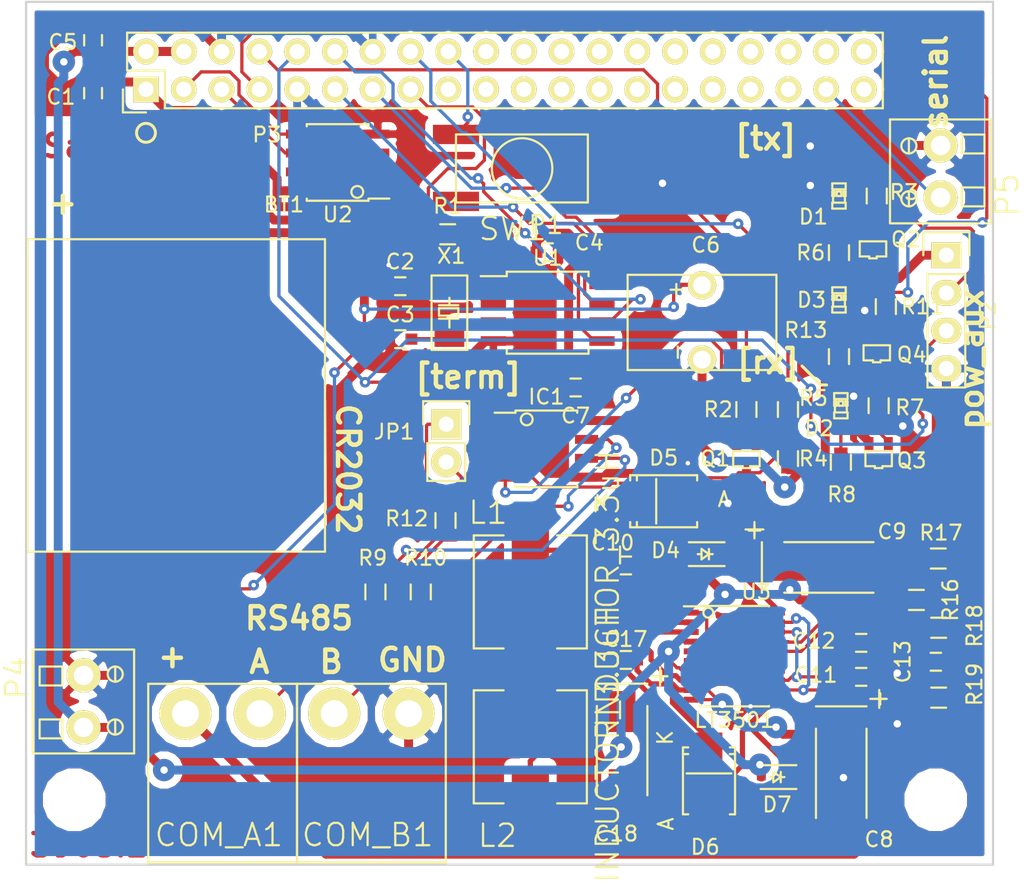
<source format=kicad_pcb>
(kicad_pcb (version 4) (host pcbnew 4.0.2+dfsg1-stable)
  (layers (0 F.Cu signal) (31 B.Cu signal) (34 B.Paste user) (35 F.Paste user) (36 B.SilkS user) (37 F.SilkS user) (38 B.Mask user) (39 F.Mask user) (44 Edge.Cuts user))
  (net 0 "")
  (net 1 "Net-(BT1-Pad1)")
  (net 2 GND)
  (net 3 +3.3V)
  (net 4 "Net-(C2-Pad1)")
  (net 5 "Net-(C3-Pad1)")
  (net 6 +5V)
  (net 7 +13.8V)
  (net 8 "Net-(C11-Pad1)")
  (net 9 "Net-(C12-Pad2)")
  (net 10 "Net-(C13-Pad1)")
  (net 11 "Net-(COM_A1-Pad1)")
  (net 12 "Net-(COM_B1-Pad2)")
  (net 13 "Net-(D1-Pad1)")
  (net 14 "Net-(D2-Pad1)")
  (net 15 "Net-(D3-Pad1)")
  (net 16 /rxd)
  (net 17 "Net-(IC1-Pad2)")
  (net 18 /txd)
  (net 19 "Net-(IC1-Pad6)")
  (net 20 "Net-(IC1-Pad7)")
  (net 21 "Net-(JP1-Pad1)")
  (net 22 "Net-(P1-Pad1)")
  (net 23 /led)
  (net 24 /spi_ce)
  (net 25 /spi_io)
  (net 26 /spi_sck)
  (net 27 "Net-(P3-Pad15)")
  (net 28 /dir)
  (net 29 "Net-(P3-Pad17)")
  (net 30 "Net-(P3-Pad18)")
  (net 31 "Net-(P3-Pad19)")
  (net 32 "Net-(P3-Pad20)")
  (net 33 "Net-(P3-Pad21)")
  (net 34 "Net-(P3-Pad22)")
  (net 35 "Net-(P3-Pad23)")
  (net 36 "Net-(P3-Pad24)")
  (net 37 "Net-(P3-Pad25)")
  (net 38 "Net-(P3-Pad26)")
  (net 39 "Net-(P3-Pad27)")
  (net 40 "Net-(P3-Pad28)")
  (net 41 "Net-(P3-Pad29)")
  (net 42 "Net-(P3-Pad30)")
  (net 43 "Net-(P3-Pad31)")
  (net 44 "Net-(P3-Pad32)")
  (net 45 "Net-(P3-Pad33)")
  (net 46 "Net-(P3-Pad34)")
  (net 47 "Net-(P3-Pad35)")
  (net 48 "Net-(P3-Pad36)")
  (net 49 "Net-(P3-Pad37)")
  (net 50 "Net-(P3-Pad38)")
  (net 51 "Net-(P3-Pad39)")
  (net 52 "Net-(P3-Pad40)")
  (net 53 "Net-(Q1-Pad2)")
  (net 54 "Net-(Q2-Pad2)")
  (net 55 "Net-(Q3-Pad2)")
  (net 56 "Net-(Q4-Pad2)")
  (net 57 "Net-(R16-Pad2)")
  (net 58 "Net-(R19-Pad2)")
  (net 59 "Net-(U3-Pad5)")
  (net 60 "Net-(U3-Pad6)")
  (net 61 "Net-(U3-Pad15)")
  (net 62 "/Power supply/_pwrA5")
  (net 63 "/Power supply/_pwrA1")
  (net 64 "/Power supply/_pwrA6")
  (net 65 "/Power supply/_pwrA3")
  (net 66 "/Power supply/_pwrA2")
  (net 67 "/Power supply/_pwrA4")
  (net 68 /sda)
  (net 69 /scl)
  (net 70 "Net-(U2-Pad1)")
  (net 71 "Net-(U2-Pad2)")
  (net 72 "Net-(U2-Pad3)")
  (net 73 "Net-(U2-Pad7)")
  (module saet:JXS_3.2mm_1.5mm (layer F.Cu) (at 135.4582 70.8914 270)
    (fp_text reference X1 (at -3.81 -0.127 360) (layer F.SilkS))
    (fp_text value JXS_32k)
    (pad 1 smd rect (at -1.75 0 270) (size 1.1 2) (layers F.Cu F.Paste F.Mask) (net 4 "Net-(C2-Pad1)"))
    (pad 2 smd rect (at 1.75 0 270) (size 1.1 2) (layers F.Cu F.Paste F.Mask) (net 5 "Net-(C3-Pad1)"))
  )
  (module saet:SSOP-20_TP_4.4x6.5mm_Pitch0.65mm (layer F.Cu) (at 154.614 93.98)
    (fp_text reference U3 (at 1.469 -4.318) (layer F.SilkS))
    (fp_text value LT3501 (at 0 4.3) (layer F.SilkS))
    (pad 1 smd rect (at -2.9 -2.925) (size 1 0.4) (layers F.Cu F.Paste F.Mask) (net 7 +13.8V))
    (pad 2 smd rect (at -2.9 -2.275) (size 1 0.4) (layers F.Cu F.Paste F.Mask) (net 63 "/Power supply/_pwrA1"))
    (pad 3 smd rect (at -2.9 -1.625) (size 1 0.4) (layers F.Cu F.Paste F.Mask) (net 66 "/Power supply/_pwrA2"))
    (pad 4 smd rect (at -2.9 -0.975) (size 1 0.4) (layers F.Cu F.Paste F.Mask) (net 6 +5V))
    (pad 5 smd rect (at -2.9 -0.325) (size 1 0.4) (layers F.Cu F.Paste F.Mask) (net 59 "Net-(U3-Pad5)"))
    (pad 6 smd rect (at -2.9 0.325) (size 1 0.4) (layers F.Cu F.Paste F.Mask) (net 60 "Net-(U3-Pad6)"))
    (pad 7 smd rect (at -2.9 0.975) (size 1 0.4) (layers F.Cu F.Paste F.Mask) (net 6 +5V))
    (pad 8 smd rect (at -2.9 1.625) (size 1 0.4) (layers F.Cu F.Paste F.Mask) (net 67 "/Power supply/_pwrA4"))
    (pad 9 smd rect (at -2.9 2.275) (size 1 0.4) (layers F.Cu F.Paste F.Mask) (net 65 "/Power supply/_pwrA3"))
    (pad 10 smd rect (at -2.9 2.925) (size 1 0.4) (layers F.Cu F.Paste F.Mask) (net 7 +13.8V))
    (pad 11 smd rect (at 2.9 2.925) (size 1 0.4) (layers F.Cu F.Paste F.Mask) (net 64 "/Power supply/_pwrA6"))
    (pad 12 smd rect (at 2.9 2.275) (size 1 0.4) (layers F.Cu F.Paste F.Mask) (net 10 "Net-(C13-Pad1)"))
    (pad 13 smd rect (at 2.9 1.625) (size 1 0.4) (layers F.Cu F.Paste F.Mask) (net 8 "Net-(C11-Pad1)"))
    (pad 14 smd rect (at 2.9 0.975) (size 1 0.4) (layers F.Cu F.Paste F.Mask) (net 57 "Net-(R16-Pad2)"))
    (pad 15 smd rect (at 2.9 0.325) (size 1 0.4) (layers F.Cu F.Paste F.Mask) (net 61 "Net-(U3-Pad15)"))
    (pad 16 smd rect (at 2.9 -0.325) (size 1 0.4) (layers F.Cu F.Paste F.Mask) (net 58 "Net-(R19-Pad2)"))
    (pad 17 smd rect (at 2.9 -0.975) (size 1 0.4) (layers F.Cu F.Paste F.Mask) (net 57 "Net-(R16-Pad2)"))
    (pad 18 smd rect (at 2.9 -1.625) (size 1 0.4) (layers F.Cu F.Paste F.Mask) (net 8 "Net-(C11-Pad1)"))
    (pad 19 smd rect (at 2.9 -2.275) (size 1 0.4) (layers F.Cu F.Paste F.Mask) (net 10 "Net-(C13-Pad1)"))
    (pad 20 smd rect (at 2.9 -2.925) (size 1 0.4) (layers F.Cu F.Paste F.Mask) (net 62 "/Power supply/_pwrA5"))
    (pad 21 smd rect (at 0 0) (size 3 4) (layers F.Cu F.Paste F.Mask) (net 2 GND))
  )
  (module Resistors_SMD:R_0603 (layer F.Cu) (at 168.34612 96.76892 180)
    (fp_text reference R19 (at -2.413 0.889 270) (layer F.SilkS))
    (fp_text value 30.1k)
    (pad 1 smd rect (at -0.75 0 180) (size 0.5 0.9) (layers F.Cu F.Paste F.Mask) (net 2 GND))
    (pad 2 smd rect (at 0.75 0 180) (size 0.5 0.9) (layers F.Cu F.Paste F.Mask) (net 58 "Net-(R19-Pad2)"))
  )
  (module Resistors_SMD:R_0603 (layer F.Cu) (at 168.34612 92.06992)
    (fp_text reference R18 (at 2.413 -0.127 90) (layer F.SilkS))
    (fp_text value 40.2k)
    (pad 1 smd rect (at -0.75 0) (size 0.5 0.9) (layers F.Cu F.Paste F.Mask) (net 9 "Net-(C12-Pad2)"))
    (pad 2 smd rect (at 0.75 0) (size 0.5 0.9) (layers F.Cu F.Paste F.Mask) (net 2 GND))
  )
  (module Resistors_SMD:R_0603 (layer F.Cu) (at 168.32072 87.41664)
    (fp_text reference R17 (at 0.18034 -1.73228) (layer F.SilkS))
    (fp_text value 7.68k)
    (pad 1 smd rect (at -0.75 0) (size 0.5 0.9) (layers F.Cu F.Paste F.Mask) (net 57 "Net-(R16-Pad2)"))
    (pad 2 smd rect (at 0.75 0) (size 0.5 0.9) (layers F.Cu F.Paste F.Mask) (net 2 GND))
  )
  (module Resistors_SMD:R_0603 (layer F.Cu) (at 166.85006 90.20048)
    (fp_text reference R16 (at 2.286 0 90) (layer F.SilkS))
    (fp_text value 40.2k)
    (pad 1 smd rect (at -0.75 0) (size 0.5 0.9) (layers F.Cu F.Paste F.Mask) (net 6 +5V))
    (pad 2 smd rect (at 0.75 0) (size 0.5 0.9) (layers F.Cu F.Paste F.Mask) (net 57 "Net-(R16-Pad2)"))
  )
  (module saet:R_0603 (layer F.Cu) (at 161.64548 73.84288 90)
    (fp_text reference R13 (at 1.778 -2.23 180) (layer F.SilkS))
    (fp_text value 510)
    (pad 1 smd rect (at -0.75 0 90) (size 0.5 0.9) (layers F.Cu F.Paste F.Mask) (net 3 +3.3V))
    (pad 2 smd rect (at 0.75 0 90) (size 0.5 0.9) (layers F.Cu F.Paste F.Mask) (net 15 "Net-(D3-Pad1)"))
  )
  (module saet:R_0603 (layer F.Cu) (at 135.19658 84.85886 90)
    (fp_text reference R12 (at 0.127 -2.611 180) (layer F.SilkS))
    (fp_text value 120)
    (pad 1 smd rect (at -0.75 0 90) (size 0.5 0.9) (layers F.Cu F.Paste F.Mask) (net 11 "Net-(COM_A1-Pad1)"))
    (pad 2 smd rect (at 0.75 0 90) (size 0.5 0.9) (layers F.Cu F.Paste F.Mask) (net 21 "Net-(JP1-Pad1)"))
  )
  (module saet:R_0603 (layer F.Cu) (at 164.79774 70.48246 90)
    (fp_text reference R11 (at 0 2.469 180) (layer F.SilkS))
    (fp_text value 1k)
    (pad 1 smd rect (at -0.75 0 90) (size 0.5 0.9) (layers F.Cu F.Paste F.Mask) (net 56 "Net-(Q4-Pad2)"))
    (pad 2 smd rect (at 0.75 0 90) (size 0.5 0.9) (layers F.Cu F.Paste F.Mask) (net 23 /led))
  )
  (module saet:R_0603 (layer F.Cu) (at 133.532 89.662 90)
    (fp_text reference R10 (at 2.286 0.326 180) (layer F.SilkS))
    (fp_text value 10)
    (pad 1 smd rect (at -0.75 0 90) (size 0.5 0.9) (layers F.Cu F.Paste F.Mask) (net 12 "Net-(COM_B1-Pad2)"))
    (pad 2 smd rect (at 0.75 0 90) (size 0.5 0.9) (layers F.Cu F.Paste F.Mask) (net 20 "Net-(IC1-Pad7)"))
  )
  (module saet:R_0603 (layer F.Cu) (at 130.484 89.662 90)
    (fp_text reference R9 (at 2.286 -0.182 180) (layer F.SilkS))
    (fp_text value 10)
    (pad 1 smd rect (at -0.75 0 90) (size 0.5 0.9) (layers F.Cu F.Paste F.Mask) (net 11 "Net-(COM_A1-Pad1)"))
    (pad 2 smd rect (at 0.75 0 90) (size 0.5 0.9) (layers F.Cu F.Paste F.Mask) (net 19 "Net-(IC1-Pad6)"))
  )
  (module saet:R_0603 (layer F.Cu) (at 161.77248 80.95488 90)
    (fp_text reference R8 (at -2.159 0.056 180) (layer F.SilkS))
    (fp_text value 510)
    (pad 1 smd rect (at -0.75 0 90) (size 0.5 0.9) (layers F.Cu F.Paste F.Mask) (net 3 +3.3V))
    (pad 2 smd rect (at 0.75 0 90) (size 0.5 0.9) (layers F.Cu F.Paste F.Mask) (net 14 "Net-(D2-Pad1)"))
  )
  (module saet:R_0603 (layer F.Cu) (at 164.31248 77.14488 90)
    (fp_text reference R7 (at -0.127 2.088 180) (layer F.SilkS))
    (fp_text value 1k)
    (pad 1 smd rect (at -0.75 0 90) (size 0.5 0.9) (layers F.Cu F.Paste F.Mask) (net 55 "Net-(Q3-Pad2)"))
    (pad 2 smd rect (at 0.75 0 90) (size 0.5 0.9) (layers F.Cu F.Paste F.Mask) (net 16 /rxd))
  )
  (module saet:R_0603 (layer F.Cu) (at 161.64548 66.85788 90)
    (fp_text reference R6 (at 0 -1.9 180) (layer F.SilkS))
    (fp_text value 510)
    (pad 1 smd rect (at -0.75 0 90) (size 0.5 0.9) (layers F.Cu F.Paste F.Mask) (net 3 +3.3V))
    (pad 2 smd rect (at 0.75 0 90) (size 0.5 0.9) (layers F.Cu F.Paste F.Mask) (net 13 "Net-(D1-Pad1)"))
  )
  (module saet:R_0603 (layer F.Cu) (at 158.21648 77.39888 270)
    (fp_text reference R5 (at -0.762 -1.707 360) (layer F.SilkS))
    (fp_text value 0)
    (pad 1 smd rect (at -0.75 0 270) (size 0.5 0.9) (layers F.Cu F.Paste F.Mask) (net 28 /dir))
    (pad 2 smd rect (at 0.75 0 270) (size 0.5 0.9) (layers F.Cu F.Paste F.Mask) (net 17 "Net-(IC1-Pad2)"))
  )
  (module saet:R_0603 (layer F.Cu) (at 158.21648 80.70088 90)
    (fp_text reference R4 (at 0 1.707 180) (layer F.SilkS))
    (fp_text value 10k)
    (pad 1 smd rect (at -0.75 0 90) (size 0.5 0.9) (layers F.Cu F.Paste F.Mask) (net 3 +3.3V))
    (pad 2 smd rect (at 0.75 0 90) (size 0.5 0.9) (layers F.Cu F.Paste F.Mask) (net 17 "Net-(IC1-Pad2)"))
  )
  (module saet:R_0603 (layer F.Cu) (at 164.18548 63.04788 90)
    (fp_text reference R3 (at 0.254 1.834 180) (layer F.SilkS))
    (fp_text value 1k)
    (pad 1 smd rect (at -0.75 0 90) (size 0.5 0.9) (layers F.Cu F.Paste F.Mask) (net 54 "Net-(Q2-Pad2)"))
    (pad 2 smd rect (at 0.75 0 90) (size 0.5 0.9) (layers F.Cu F.Paste F.Mask) (net 18 /txd))
  )
  (module saet:R_0603 (layer F.Cu) (at 155.42248 77.39888 90)
    (fp_text reference R2 (at 0 -1.9 180) (layer F.SilkS))
    (fp_text value 10k)
    (pad 1 smd rect (at -0.75 0 90) (size 0.5 0.9) (layers F.Cu F.Paste F.Mask) (net 53 "Net-(Q1-Pad2)"))
    (pad 2 smd rect (at 0.75 0 90) (size 0.5 0.9) (layers F.Cu F.Paste F.Mask) (net 18 /txd))
  )
  (module saet:R_0603 (layer F.Cu) (at 135.3439 65.6209)
    (fp_text reference R1 (at 0 -1.9) (layer F.SilkS))
    (fp_text value 0)
    (pad 1 smd rect (at -0.75 0) (size 0.5 0.9) (layers F.Cu F.Paste F.Mask) (net 27 "Net-(P3-Pad15)"))
    (pad 2 smd rect (at 0.75 0) (size 0.5 0.9) (layers F.Cu F.Paste F.Mask) (net 22 "Net-(P1-Pad1)"))
  )
  (module saet:SOT-323_inv (layer F.Cu) (at 164.18548 73.58888)
    (fp_text reference Q4 (at 2.342 0.127) (layer F.SilkS))
    (fp_text value RJU003N hide)
    (pad 1 smd rect (at -0.65024 -0.94996) (size 0.59944 1.00076) (layers F.Cu F.Paste F.Mask) (net 2 GND))
    (pad 2 smd rect (at 0.65024 -0.94996) (size 0.59944 1.00076) (layers F.Cu F.Paste F.Mask) (net 56 "Net-(Q4-Pad2)"))
    (pad 3 smd rect (at 0 0.94996) (size 0.59944 1.00076) (layers F.Cu F.Paste F.Mask) (net 15 "Net-(D3-Pad1)"))
  )
  (module saet:SOT-323_inv (layer F.Cu) (at 164.31248 80.70088)
    (fp_text reference Q3 (at 2.215 0.127) (layer F.SilkS))
    (fp_text value RJU003N hide)
    (pad 1 smd rect (at -0.65024 -0.94996) (size 0.59944 1.00076) (layers F.Cu F.Paste F.Mask) (net 2 GND))
    (pad 2 smd rect (at 0.65024 -0.94996) (size 0.59944 1.00076) (layers F.Cu F.Paste F.Mask) (net 55 "Net-(Q3-Pad2)"))
    (pad 3 smd rect (at 0 0.94996) (size 0.59944 1.00076) (layers F.Cu F.Paste F.Mask) (net 14 "Net-(D2-Pad1)"))
  )
  (module saet:SOT-323_inv (layer F.Cu) (at 163.93148 66.60388)
    (fp_text reference Q2 (at 2.215 -0.635) (layer F.SilkS))
    (fp_text value RJU003N hide)
    (pad 1 smd rect (at -0.65024 -0.94996) (size 0.59944 1.00076) (layers F.Cu F.Paste F.Mask) (net 2 GND))
    (pad 2 smd rect (at 0.65024 -0.94996) (size 0.59944 1.00076) (layers F.Cu F.Paste F.Mask) (net 54 "Net-(Q2-Pad2)"))
    (pad 3 smd rect (at 0 0.94996) (size 0.59944 1.00076) (layers F.Cu F.Paste F.Mask) (net 13 "Net-(D1-Pad1)"))
  )
  (module saet:SOT-323_inv (layer F.Cu) (at 155.42248 80.70088)
    (fp_text reference Q1 (at -2.103 0) (layer F.SilkS))
    (fp_text value RJU003N hide)
    (pad 1 smd rect (at -0.65024 -0.94996) (size 0.59944 1.00076) (layers F.Cu F.Paste F.Mask) (net 2 GND))
    (pad 2 smd rect (at 0.65024 -0.94996) (size 0.59944 1.00076) (layers F.Cu F.Paste F.Mask) (net 53 "Net-(Q1-Pad2)"))
    (pad 3 smd rect (at 0 0.94996) (size 0.59944 1.00076) (layers F.Cu F.Paste F.Mask) (net 17 "Net-(IC1-Pad2)"))
  )
  (module Pin_Headers:Pin_Header_Straight_2x20 (layer F.Cu) (at 115.062 55.88 90)
    (fp_text reference P3 (at -3.048 8.128 180) (layer F.SilkS))
    (fp_text value CONN_02X20)
    (pad 1 thru_hole rect (at 0 0 90) (size 1.7272 1.7272) (drill 1.016) (layers *.Cu *.Mask F.SilkS) (net 3 +3.3V))
    (pad 2 thru_hole oval (at 2.54 0 90) (size 1.7272 1.7272) (drill 1.016) (layers *.Cu *.Mask F.SilkS) (net 6 +5V))
    (pad 3 thru_hole oval (at 0 2.54 90) (size 1.7272 1.7272) (drill 1.016) (layers *.Cu *.Mask F.SilkS) (net 68 /sda))
    (pad 4 thru_hole oval (at 2.54 2.54 90) (size 1.7272 1.7272) (drill 1.016) (layers *.Cu *.Mask F.SilkS) (net 6 +5V))
    (pad 5 thru_hole oval (at 0 5.08 90) (size 1.7272 1.7272) (drill 1.016) (layers *.Cu *.Mask F.SilkS) (net 69 /scl))
    (pad 6 thru_hole oval (at 2.54 5.08 90) (size 1.7272 1.7272) (drill 1.016) (layers *.Cu *.Mask F.SilkS) (net 2 GND))
    (pad 7 thru_hole oval (at 0 7.62 90) (size 1.7272 1.7272) (drill 1.016) (layers *.Cu *.Mask F.SilkS) (net 23 /led))
    (pad 8 thru_hole oval (at 2.54 7.62 90) (size 1.7272 1.7272) (drill 1.016) (layers *.Cu *.Mask F.SilkS) (net 18 /txd))
    (pad 9 thru_hole oval (at 0 10.16 90) (size 1.7272 1.7272) (drill 1.016) (layers *.Cu *.Mask F.SilkS) (net 2 GND))
    (pad 10 thru_hole oval (at 2.54 10.16 90) (size 1.7272 1.7272) (drill 1.016) (layers *.Cu *.Mask F.SilkS) (net 16 /rxd))
    (pad 11 thru_hole oval (at 0 12.7 90) (size 1.7272 1.7272) (drill 1.016) (layers *.Cu *.Mask F.SilkS) (net 24 /spi_ce))
    (pad 12 thru_hole oval (at 2.54 12.7 90) (size 1.7272 1.7272) (drill 1.016) (layers *.Cu *.Mask F.SilkS) (net 25 /spi_io))
    (pad 13 thru_hole oval (at 0 15.24 90) (size 1.7272 1.7272) (drill 1.016) (layers *.Cu *.Mask F.SilkS) (net 26 /spi_sck))
    (pad 14 thru_hole oval (at 2.54 15.24 90) (size 1.7272 1.7272) (drill 1.016) (layers *.Cu *.Mask F.SilkS) (net 2 GND))
    (pad 15 thru_hole oval (at 0 17.78 90) (size 1.7272 1.7272) (drill 1.016) (layers *.Cu *.Mask F.SilkS) (net 27 "Net-(P3-Pad15)"))
    (pad 16 thru_hole oval (at 2.54 17.78 90) (size 1.7272 1.7272) (drill 1.016) (layers *.Cu *.Mask F.SilkS) (net 28 /dir))
    (pad 17 thru_hole oval (at 0 20.32 90) (size 1.7272 1.7272) (drill 1.016) (layers *.Cu *.Mask F.SilkS) (net 29 "Net-(P3-Pad17)"))
    (pad 18 thru_hole oval (at 2.54 20.32 90) (size 1.7272 1.7272) (drill 1.016) (layers *.Cu *.Mask F.SilkS) (net 30 "Net-(P3-Pad18)"))
    (pad 19 thru_hole oval (at 0 22.86 90) (size 1.7272 1.7272) (drill 1.016) (layers *.Cu *.Mask F.SilkS) (net 31 "Net-(P3-Pad19)"))
    (pad 20 thru_hole oval (at 2.54 22.86 90) (size 1.7272 1.7272) (drill 1.016) (layers *.Cu *.Mask F.SilkS) (net 32 "Net-(P3-Pad20)"))
    (pad 21 thru_hole oval (at 0 25.4 90) (size 1.7272 1.7272) (drill 1.016) (layers *.Cu *.Mask F.SilkS) (net 33 "Net-(P3-Pad21)"))
    (pad 22 thru_hole oval (at 2.54 25.4 90) (size 1.7272 1.7272) (drill 1.016) (layers *.Cu *.Mask F.SilkS) (net 34 "Net-(P3-Pad22)"))
    (pad 23 thru_hole oval (at 0 27.94 90) (size 1.7272 1.7272) (drill 1.016) (layers *.Cu *.Mask F.SilkS) (net 35 "Net-(P3-Pad23)"))
    (pad 24 thru_hole oval (at 2.54 27.94 90) (size 1.7272 1.7272) (drill 1.016) (layers *.Cu *.Mask F.SilkS) (net 36 "Net-(P3-Pad24)"))
    (pad 25 thru_hole oval (at 0 30.48 90) (size 1.7272 1.7272) (drill 1.016) (layers *.Cu *.Mask F.SilkS) (net 37 "Net-(P3-Pad25)"))
    (pad 26 thru_hole oval (at 2.54 30.48 90) (size 1.7272 1.7272) (drill 1.016) (layers *.Cu *.Mask F.SilkS) (net 38 "Net-(P3-Pad26)"))
    (pad 27 thru_hole oval (at 0 33.02 90) (size 1.7272 1.7272) (drill 1.016) (layers *.Cu *.Mask F.SilkS) (net 39 "Net-(P3-Pad27)"))
    (pad 28 thru_hole oval (at 2.54 33.02 90) (size 1.7272 1.7272) (drill 1.016) (layers *.Cu *.Mask F.SilkS) (net 40 "Net-(P3-Pad28)"))
    (pad 29 thru_hole oval (at 0 35.56 90) (size 1.7272 1.7272) (drill 1.016) (layers *.Cu *.Mask F.SilkS) (net 41 "Net-(P3-Pad29)"))
    (pad 30 thru_hole oval (at 2.54 35.56 90) (size 1.7272 1.7272) (drill 1.016) (layers *.Cu *.Mask F.SilkS) (net 42 "Net-(P3-Pad30)"))
    (pad 31 thru_hole oval (at 0 38.1 90) (size 1.7272 1.7272) (drill 1.016) (layers *.Cu *.Mask F.SilkS) (net 43 "Net-(P3-Pad31)"))
    (pad 32 thru_hole oval (at 2.54 38.1 90) (size 1.7272 1.7272) (drill 1.016) (layers *.Cu *.Mask F.SilkS) (net 44 "Net-(P3-Pad32)"))
    (pad 33 thru_hole oval (at 0 40.64 90) (size 1.7272 1.7272) (drill 1.016) (layers *.Cu *.Mask F.SilkS) (net 45 "Net-(P3-Pad33)"))
    (pad 34 thru_hole oval (at 2.54 40.64 90) (size 1.7272 1.7272) (drill 1.016) (layers *.Cu *.Mask F.SilkS) (net 46 "Net-(P3-Pad34)"))
    (pad 35 thru_hole oval (at 0 43.18 90) (size 1.7272 1.7272) (drill 1.016) (layers *.Cu *.Mask F.SilkS) (net 47 "Net-(P3-Pad35)"))
    (pad 36 thru_hole oval (at 2.54 43.18 90) (size 1.7272 1.7272) (drill 1.016) (layers *.Cu *.Mask F.SilkS) (net 48 "Net-(P3-Pad36)"))
    (pad 37 thru_hole oval (at 0 45.72 90) (size 1.7272 1.7272) (drill 1.016) (layers *.Cu *.Mask F.SilkS) (net 49 "Net-(P3-Pad37)"))
    (pad 38 thru_hole oval (at 2.54 45.72 90) (size 1.7272 1.7272) (drill 1.016) (layers *.Cu *.Mask F.SilkS) (net 50 "Net-(P3-Pad38)"))
    (pad 39 thru_hole oval (at 0 48.26 90) (size 1.7272 1.7272) (drill 1.016) (layers *.Cu *.Mask F.SilkS) (net 51 "Net-(P3-Pad39)"))
    (pad 40 thru_hole oval (at 2.54 48.26 90) (size 1.7272 1.7272) (drill 1.016) (layers *.Cu *.Mask F.SilkS) (net 52 "Net-(P3-Pad40)"))
  )
  (module Pin_Headers:Pin_Header_Straight_1x04 (layer F.Cu) (at 168.86428 67.02806)
    (fp_text reference P2 (at 2.794 4.064 90) (layer F.SilkS))
    (fp_text value CONN_01X04)
    (pad 1 thru_hole rect (at 0 0) (size 2.032 1.7272) (drill 1.016) (layers *.Cu *.Mask F.SilkS) (net 3 +3.3V))
    (pad 2 thru_hole oval (at 0 2.54) (size 2.032 1.7272) (drill 1.016) (layers *.Cu *.Mask F.SilkS) (net 18 /txd))
    (pad 3 thru_hole oval (at 0 5.08) (size 2.032 1.7272) (drill 1.016) (layers *.Cu *.Mask F.SilkS) (net 16 /rxd))
    (pad 4 thru_hole oval (at 0 7.62) (size 2.032 1.7272) (drill 1.016) (layers *.Cu *.Mask F.SilkS) (net 2 GND))
  )
  (module saet:Test_point (layer F.Cu) (at 139.2809 65.7479)
    (fp_text reference P1 (at 2.667 -0.762) (layer F.SilkS) (effects (font (size 1.2 1.2))))
    (fp_text value TP)
    (pad 1 smd circle (at 0 0) (size 1 1) (layers F.Cu F.Paste F.Mask) (net 22 "Net-(P1-Pad1)"))
  )
  (module saet:IND_7.5x7.5 (layer F.Cu) (at 140.898 100.076 90)
    (fp_text reference L2 (at -5.969 -2.214 180) (layer F.SilkS) (effects (font (size 1.5 1.5))))
    (fp_text value INDUCTOR_3.3uH (at 0.2 5.2 90) (layer F.SilkS) (effects (font (size 1.5 1.5))))
    (pad 1 smd rect (at -2.8 0 90) (size 3 2.5) (layers F.Cu F.Paste F.Mask) (net 65 "/Power supply/_pwrA3"))
    (pad 2 smd rect (at 2.8 0 90) (size 3 2.5) (layers F.Cu F.Paste F.Mask) (net 67 "/Power supply/_pwrA4"))
  )
  (module saet:IND_7.5x7.5 (layer F.Cu) (at 140.898 89.662 90)
    (fp_text reference L1 (at 5.334 -2.849 180) (layer F.SilkS) (effects (font (size 1.5 1.5))))
    (fp_text value INDUCTOR_3.3uH (at 0.2 5.2 90) (layer F.SilkS) (effects (font (size 1.5 1.5))))
    (pad 1 smd rect (at -2.8 0 90) (size 3 2.5) (layers F.Cu F.Paste F.Mask) (net 66 "/Power supply/_pwrA2"))
    (pad 2 smd rect (at 2.8 0 90) (size 3 2.5) (layers F.Cu F.Paste F.Mask) (net 63 "/Power supply/_pwrA1"))
  )
  (module Pin_Headers:Pin_Header_Straight_1x02 (layer F.Cu) (at 135.24484 78.38948)
    (fp_text reference JP1 (at -3.5 0.508) (layer F.SilkS))
    (fp_text value JUMPER)
    (pad 1 thru_hole rect (at 0 0) (size 2.032 2.032) (drill 1.016) (layers *.Cu *.Mask F.SilkS) (net 21 "Net-(JP1-Pad1)"))
    (pad 2 thru_hole oval (at 0 2.54) (size 2.032 2.032) (drill 1.016) (layers *.Cu *.Mask F.SilkS) (net 12 "Net-(COM_B1-Pad2)"))
  )
  (module saet:SOD-323 (layer F.Cu) (at 157.48 102.108 180)
    (fp_text reference D7 (at 0 -1.85 180) (layer F.SilkS))
    (fp_text value PMEG4005AEA)
    (pad 2 smd rect (at -1.055 0 180) (size 0.59 0.45) (layers F.Cu F.Paste F.Mask) (net 64 "/Power supply/_pwrA6"))
    (pad 1 smd rect (at 1.055 0 180) (size 0.59 0.45) (layers F.Cu F.Paste F.Mask) (net 6 +5V))
  )
  (module saet:SMA_Standard (layer F.Cu) (at 152.908 102.362 270)
    (fp_text reference D6 (at 4.445 0.254 360) (layer F.SilkS))
    (fp_text value B360A)
    (fp_text user K (at -2.9 2.95 270) (layer F.SilkS))
    (fp_text user A (at 2.9 2.9 270) (layer F.SilkS))
    (pad 2 smd rect (at -1.99898 0 270) (size 2.49936 1.80086) (layers F.Cu F.Paste F.Mask) (net 65 "/Power supply/_pwrA3"))
    (pad 1 smd rect (at 1.99898 0 270) (size 2.49936 1.80086) (layers F.Cu F.Paste F.Mask) (net 2 GND))
  )
  (module saet:SMA_Standard (layer F.Cu) (at 149.86 83.566)
    (fp_text reference D5 (at 0 -2.921) (layer F.SilkS))
    (fp_text value B360A)
    (fp_text user K (at -4.191 0.127) (layer F.SilkS))
    (fp_text user A (at 4.064 -0.127) (layer F.SilkS))
    (pad 2 smd rect (at -1.99898 0) (size 2.49936 1.80086) (layers F.Cu F.Paste F.Mask) (net 63 "/Power supply/_pwrA1"))
    (pad 1 smd rect (at 1.99898 0) (size 2.49936 1.80086) (layers F.Cu F.Paste F.Mask) (net 2 GND))
  )
  (module saet:SOD-323 (layer F.Cu) (at 152.654 87.122 180)
    (fp_text reference D4 (at 2.667 0.254 180) (layer F.SilkS))
    (fp_text value PMEG4005AEA)
    (pad 2 smd rect (at -1.055 0 180) (size 0.59 0.45) (layers F.Cu F.Paste F.Mask) (net 62 "/Power supply/_pwrA5"))
    (pad 1 smd rect (at 1.055 0 180) (size 0.59 0.45) (layers F.Cu F.Paste F.Mask) (net 6 +5V))
  )
  (module saet:LED-0603_handSoldering (layer F.Cu) (at 161.64548 70.03288 90)
    (fp_text reference D3 (at 0 -1.849 180) (layer F.SilkS))
    (fp_text value LED_R_0603)
    (pad 1 smd rect (at -0.7493 0 90) (size 1 0.79756) (layers F.Cu F.Paste F.Mask) (net 15 "Net-(D3-Pad1)"))
    (pad 2 smd rect (at 0.7493 0 90) (size 1 0.79756) (layers F.Cu F.Paste F.Mask) (net 2 GND))
  )
  (module saet:LED-0603_handSoldering (layer F.Cu) (at 161.77248 77.14488 90)
    (fp_text reference D2 (at -1.524 -1.468 180) (layer F.SilkS))
    (fp_text value LED_R_0603)
    (pad 1 smd rect (at -0.7493 0 90) (size 1 0.79756) (layers F.Cu F.Paste F.Mask) (net 14 "Net-(D2-Pad1)"))
    (pad 2 smd rect (at 0.7493 0 90) (size 1 0.79756) (layers F.Cu F.Paste F.Mask) (net 2 GND))
  )
  (module saet:LED-0603_handSoldering (layer F.Cu) (at 161.64548 63.04788 90)
    (fp_text reference D1 (at -1.397 -1.722 180) (layer F.SilkS))
    (fp_text value LED_R_0603)
    (pad 1 smd rect (at -0.7493 0 90) (size 1 0.79756) (layers F.Cu F.Paste F.Mask) (net 13 "Net-(D1-Pad1)"))
    (pad 2 smd rect (at 0.7493 0 90) (size 1 0.79756) (layers F.Cu F.Paste F.Mask) (net 2 GND))
  )
  (module saet:Wurth_90_deg_2ways (layer F.Cu) (at 130.214 101.428 180)
    (fp_text reference COM_B1 (at 0.254 -4.572 180) (layer F.SilkS) (effects (font (size 1.5 1.5))))
    (fp_text value WURTH_90)
    (pad 1 thru_hole circle (at -2.5 3.588 180) (size 3.5 3.5) (drill 1.8) (layers *.Cu *.Mask F.SilkS) (net 2 GND))
    (pad 2 thru_hole circle (at 2.5 3.588 180) (size 3.5 3.5) (drill 1.8) (layers *.Cu *.Mask F.SilkS) (net 12 "Net-(COM_B1-Pad2)"))
  )
  (module saet:Wurth_90_deg_2ways (layer F.Cu) (at 120.214 101.428 180)
    (fp_text reference COM_A1 (at 0.254 -4.572 180) (layer F.SilkS) (effects (font (size 1.5 1.5))))
    (fp_text value WURTH_90)
    (pad 1 thru_hole circle (at -2.5 3.588 180) (size 3.5 3.5) (drill 1.8) (layers *.Cu *.Mask F.SilkS) (net 11 "Net-(COM_A1-Pad1)"))
    (pad 2 thru_hole circle (at 2.5 3.588 180) (size 3.5 3.5) (drill 1.8) (layers *.Cu *.Mask F.SilkS) (net 7 +13.8V))
  )
  (module Capacitors_Tantalum_SMD:TantalC_SizeC_EIA-6032_Wave (layer F.Cu) (at 147.066 100.33 270)
    (fp_text reference C18 (at 5.588 0.381 360) (layer F.SilkS))
    (fp_text value 22u/20V)
    (fp_text user + (at -4.99872 -2.55016 270) (layer F.SilkS))
    (pad 2 smd rect (at 2.62382 0 270) (size 2.75082 1.80086) (layers F.Cu F.Paste F.Mask) (net 2 GND))
    (pad 1 smd rect (at -2.62382 0 270) (size 2.75082 1.80086) (layers F.Cu F.Paste F.Mask) (net 6 +5V))
  )
  (module Capacitors_SMD:C_0603 (layer F.Cu) (at 147.32 94.234)
    (fp_text reference C17 (at 0 -1.397) (layer F.SilkS))
    (fp_text value 0.47u)
    (pad 1 smd rect (at -0.75 0) (size 0.8 0.75) (layers F.Cu F.Paste F.Mask) (net 64 "/Power supply/_pwrA6"))
    (pad 2 smd rect (at 0.75 0) (size 0.8 0.75) (layers F.Cu F.Paste F.Mask) (net 65 "/Power supply/_pwrA3"))
  )
  (module Capacitors_SMD:C_0603 (layer F.Cu) (at 168.15612 94.35592)
    (fp_text reference C13 (at -2.223 0 90) (layer F.SilkS))
    (fp_text value 100n)
    (pad 1 smd rect (at -0.75 0) (size 0.8 0.75) (layers F.Cu F.Paste F.Mask) (net 10 "Net-(C13-Pad1)"))
    (pad 2 smd rect (at 0.75 0) (size 0.8 0.75) (layers F.Cu F.Paste F.Mask) (net 2 GND))
  )
  (module Capacitors_SMD:C_0603 (layer F.Cu) (at 163.13912 93.08592)
    (fp_text reference C12 (at -3.175 -0.127) (layer F.SilkS))
    (fp_text value 470p)
    (pad 1 smd rect (at -0.75 0) (size 0.8 0.75) (layers F.Cu F.Paste F.Mask) (net 8 "Net-(C11-Pad1)"))
    (pad 2 smd rect (at 0.75 0) (size 0.8 0.75) (layers F.Cu F.Paste F.Mask) (net 9 "Net-(C12-Pad2)"))
  )
  (module Capacitors_SMD:C_0603 (layer F.Cu) (at 163.13912 95.37192)
    (fp_text reference C11 (at -3.048 -0.127) (layer F.SilkS))
    (fp_text value 10p)
    (pad 1 smd rect (at -0.75 0) (size 0.8 0.75) (layers F.Cu F.Paste F.Mask) (net 8 "Net-(C11-Pad1)"))
    (pad 2 smd rect (at 0.75 0) (size 0.8 0.75) (layers F.Cu F.Paste F.Mask) (net 2 GND))
  )
  (module Capacitors_SMD:C_0603 (layer F.Cu) (at 147.32 87.884 180)
    (fp_text reference C10 (at 0.889 1.524 180) (layer F.SilkS))
    (fp_text value 470n)
    (pad 1 smd rect (at -0.75 0 180) (size 0.8 0.75) (layers F.Cu F.Paste F.Mask) (net 62 "/Power supply/_pwrA5"))
    (pad 2 smd rect (at 0.75 0 180) (size 0.8 0.75) (layers F.Cu F.Paste F.Mask) (net 63 "/Power supply/_pwrA1"))
  )
  (module Capacitors_Tantalum_SMD:TantalC_SizeC_EIA-6032_Wave (layer F.Cu) (at 160.96488 88.01608)
    (fp_text reference C9 (at 4.247 -2.413) (layer F.SilkS))
    (fp_text value 22u/20V)
    (fp_text user + (at -4.99872 -2.55016) (layer F.SilkS))
    (pad 2 smd rect (at 2.62382 0) (size 2.75082 1.80086) (layers F.Cu F.Paste F.Mask) (net 2 GND))
    (pad 1 smd rect (at -2.62382 0) (size 2.75082 1.80086) (layers F.Cu F.Paste F.Mask) (net 6 +5V))
  )
  (module Capacitors_Tantalum_SMD:TantalC_SizeC_EIA-6032_Wave (layer F.Cu) (at 161.798 101.854 270)
    (fp_text reference C8 (at 4.445 -2.54 360) (layer F.SilkS))
    (fp_text value 22u/20V)
    (fp_text user + (at -4.99872 -2.55016 270) (layer F.SilkS))
    (pad 2 smd rect (at 2.62382 0 270) (size 2.75082 1.80086) (layers F.Cu F.Paste F.Mask) (net 2 GND))
    (pad 1 smd rect (at -2.62382 0 270) (size 2.75082 1.80086) (layers F.Cu F.Paste F.Mask) (net 7 +13.8V))
  )
  (module Capacitors_SMD:C_0603 (layer F.Cu) (at 143.9418 75.91806 180)
    (fp_text reference C7 (at 0 -1.9 180) (layer F.SilkS))
    (fp_text value 100n)
    (pad 1 smd rect (at -0.75 0 180) (size 0.8 0.75) (layers F.Cu F.Paste F.Mask) (net 3 +3.3V))
    (pad 2 smd rect (at 0.75 0 180) (size 0.8 0.75) (layers F.Cu F.Paste F.Mask) (net 2 GND))
  )
  (module saet:SUPER_CAP (layer F.Cu) (at 152.4381 71.54672 90)
    (fp_text reference C6 (at 5.207 0.254 180) (layer F.SilkS))
    (fp_text value 0.33F)
    (fp_text user - (at -2 -1.7 90) (layer F.SilkS))
    (fp_text user + (at 2.2 -1.8 90) (layer F.SilkS))
    (pad 2 thru_hole circle (at -2.5 0 90) (size 1.905 1.905) (drill 1.1938) (layers *.Cu *.Mask F.SilkS) (net 2 GND))
    (pad 1 thru_hole circle (at 2.5 0 90) (size 1.905 1.905) (drill 1.1938) (layers *.Cu *.Mask F.SilkS) (net 1 "Net-(BT1-Pad1)"))
  )
  (module Capacitors_SMD:C_0603 (layer F.Cu) (at 111.506 52.578 90)
    (fp_text reference C5 (at -0.127 -2.032 180) (layer F.SilkS))
    (fp_text value 100n)
    (pad 1 smd rect (at -0.75 0 90) (size 0.8 0.75) (layers F.Cu F.Paste F.Mask) (net 6 +5V))
    (pad 2 smd rect (at 0.75 0 90) (size 0.8 0.75) (layers F.Cu F.Paste F.Mask) (net 2 GND))
  )
  (module Capacitors_SMD:C_0603 (layer F.Cu) (at 142.0622 66.8274)
    (fp_text reference C4 (at 2.794 -0.635) (layer F.SilkS))
    (fp_text value 100n)
    (pad 1 smd rect (at -0.75 0) (size 0.8 0.75) (layers F.Cu F.Paste F.Mask) (net 3 +3.3V))
    (pad 2 smd rect (at 0.75 0) (size 0.8 0.75) (layers F.Cu F.Paste F.Mask) (net 2 GND))
  )
  (module Capacitors_SMD:C_0603 (layer F.Cu) (at 132.1562 72.6694 180)
    (fp_text reference C3 (at 0 1.651 180) (layer F.SilkS))
    (fp_text value 12p)
    (pad 1 smd rect (at -0.75 0 180) (size 0.8 0.75) (layers F.Cu F.Paste F.Mask) (net 5 "Net-(C3-Pad1)"))
    (pad 2 smd rect (at 0.75 0 180) (size 0.8 0.75) (layers F.Cu F.Paste F.Mask) (net 2 GND))
  )
  (module Capacitors_SMD:C_0603 (layer F.Cu) (at 132.1562 69.1134 180)
    (fp_text reference C2 (at 0 1.651 180) (layer F.SilkS))
    (fp_text value 12p)
    (pad 1 smd rect (at -0.75 0 180) (size 0.8 0.75) (layers F.Cu F.Paste F.Mask) (net 4 "Net-(C2-Pad1)"))
    (pad 2 smd rect (at 0.75 0 180) (size 0.8 0.75) (layers F.Cu F.Paste F.Mask) (net 2 GND))
  )
  (module Capacitors_SMD:C_0603 (layer F.Cu) (at 111.506 56.134 270)
    (fp_text reference C1 (at 0.254 2.159 360) (layer F.SilkS))
    (fp_text value 100n)
    (pad 1 smd rect (at -0.75 0 270) (size 0.8 0.75) (layers F.Cu F.Paste F.Mask) (net 3 +3.3V))
    (pad 2 smd rect (at 0.75 0 270) (size 0.8 0.75) (layers F.Cu F.Paste F.Mask) (net 2 GND))
  )
  (module saet:BatteryHolderCR2032 (layer F.Cu) (at 117.094 63.454 270)
    (fp_text reference BT1 (at 0.173 -7.239 360) (layer F.SilkS))
    (fp_text value Battery)
    (pad 1 smd rect (at 0 0 270) (size 4 6.5) (layers F.Cu F.Paste F.Mask) (net 1 "Net-(BT1-Pad1)"))
    (pad 1 smd rect (at 26 0 270) (size 4 6.5) (layers F.Cu F.Paste F.Mask) (net 1 "Net-(BT1-Pad1)"))
    (pad 2 smd circle (at 13 0 270) (size 14 14) (layers F.Cu F.Paste F.Mask) (net 2 GND))
  )
  (module saet:HOLE_3.2 (layer F.Cu) (at 110.236 103.632)
    (fp_text reference HL1 hide)
    (fp_text value Hole hide)
    (pad "" np_thru_hole circle (at 0 0) (size 3.2 3.2) (drill 3.2) (layers *.Cu *.Mask F.SilkS))
  )
  (module saet:HOLE_3.2 (layer F.Cu) (at 168.148 103.632)
    (fp_text reference HL2 hide)
    (fp_text value Hole hide)
    (pad "" np_thru_hole circle (at 0 0) (size 3.2 3.2) (drill 3.2) (layers *.Cu *.Mask F.SilkS))
  )
  (module Housings_SOIC:SOIJ-8_5.3x5.3mm_Pitch1.27mm (layer F.Cu) (at 142.0622 70.8914)
    (fp_text reference U1 (at 0 -3.68) (layer F.SilkS))
    (fp_text value DS1302S)
    (pad 1 smd rect (at -3.65 -1.905) (size 1.7 0.65) (layers F.Cu F.Paste F.Mask) (net 3 +3.3V))
    (pad 2 smd rect (at -3.65 -0.635) (size 1.7 0.65) (layers F.Cu F.Paste F.Mask) (net 4 "Net-(C2-Pad1)"))
    (pad 3 smd rect (at -3.65 0.635) (size 1.7 0.65) (layers F.Cu F.Paste F.Mask) (net 5 "Net-(C3-Pad1)"))
    (pad 4 smd rect (at -3.65 1.905) (size 1.7 0.65) (layers F.Cu F.Paste F.Mask) (net 2 GND))
    (pad 5 smd rect (at 3.65 1.905) (size 1.7 0.65) (layers F.Cu F.Paste F.Mask) (net 24 /spi_ce))
    (pad 6 smd rect (at 3.65 0.635) (size 1.7 0.65) (layers F.Cu F.Paste F.Mask) (net 25 /spi_io))
    (pad 7 smd rect (at 3.65 -0.635) (size 1.7 0.65) (layers F.Cu F.Paste F.Mask) (net 26 /spi_sck))
    (pad 8 smd rect (at 3.65 -1.905) (size 1.7 0.65) (layers F.Cu F.Paste F.Mask) (net 1 "Net-(BT1-Pad1)"))
  )
  (module saet:Adimpex_3.5_2_ways (layer F.Cu) (at 168.47566 61.40196 270)
    (fp_text reference P5 (at 1.58 -4.474 270) (layer F.SilkS) (effects (font (size 1.5 1.5))))
    (fp_text value "TAMPER CONN")
    (pad 2 thru_hole circle (at 1.75 0 270) (size 2.3 2.3) (drill 1.3) (layers *.Cu *.Mask F.SilkS) (net 49 "Net-(P3-Pad37)"))
    (pad 1 thru_hole circle (at -1.75 0 270) (size 2.3 2.3) (drill 1.3) (layers *.Cu *.Mask F.SilkS) (net 2 GND))
  )
  (module saet:Adimpex_3.5_2_ways (layer F.Cu) (at 110.86338 97.02044 90)
    (fp_text reference P4 (at 1.58 -4.474 90) (layer F.SilkS) (effects (font (size 1.5 1.5))))
    (fp_text value CONN_01X02)
    (pad 2 thru_hole circle (at 1.75 0 90) (size 2.3 2.3) (drill 1.3) (layers *.Cu *.Mask F.SilkS) (net 2 GND))
    (pad 1 thru_hole circle (at -1.75 0 90) (size 2.3 2.3) (drill 1.3) (layers *.Cu *.Mask F.SilkS) (net 6 +5V))
  )
  (module saet:SOIC-8 (layer F.Cu) (at 127.94488 60.79236 180)
    (fp_text reference U2 (at 0 -3.5 180) (layer F.SilkS))
    (fp_text value ATECC508a)
    (pad 1 smd rect (at -2.7 -1.905 180) (size 1.55 0.6) (layers F.Cu F.Paste F.Mask) (net 70 "Net-(U2-Pad1)"))
    (pad 2 smd rect (at -2.7 -0.635 180) (size 1.55 0.6) (layers F.Cu F.Paste F.Mask) (net 71 "Net-(U2-Pad2)"))
    (pad 3 smd rect (at -2.7 0.635 180) (size 1.55 0.6) (layers F.Cu F.Paste F.Mask) (net 72 "Net-(U2-Pad3)"))
    (pad 4 smd rect (at -2.7 1.905 180) (size 1.55 0.6) (layers F.Cu F.Paste F.Mask) (net 2 GND))
    (pad 5 smd rect (at 2.7 1.905 180) (size 1.55 0.6) (layers F.Cu F.Paste F.Mask) (net 68 /sda))
    (pad 6 smd rect (at 2.7 0.635 180) (size 1.55 0.6) (layers F.Cu F.Paste F.Mask) (net 69 /scl))
    (pad 7 smd rect (at 2.7 -0.635 180) (size 1.55 0.6) (layers F.Cu F.Paste F.Mask) (net 73 "Net-(U2-Pad7)"))
    (pad 8 smd rect (at 2.7 -1.905 180) (size 1.55 0.6) (layers F.Cu F.Paste F.Mask) (net 3 +3.3V))
  )
  (module saet:SOIC-8 (layer F.Cu) (at 141.97584 80.04556)
    (fp_text reference IC1 (at 0 -3.5) (layer F.SilkS))
    (fp_text value SN65HVD11D)
    (pad 1 smd rect (at -2.7 -1.905) (size 1.55 0.6) (layers F.Cu F.Paste F.Mask) (net 16 /rxd))
    (pad 2 smd rect (at -2.7 -0.635) (size 1.55 0.6) (layers F.Cu F.Paste F.Mask) (net 17 "Net-(IC1-Pad2)"))
    (pad 3 smd rect (at -2.7 0.635) (size 1.55 0.6) (layers F.Cu F.Paste F.Mask) (net 17 "Net-(IC1-Pad2)"))
    (pad 4 smd rect (at -2.7 1.905) (size 1.55 0.6) (layers F.Cu F.Paste F.Mask) (net 18 /txd))
    (pad 5 smd rect (at 2.7 1.905) (size 1.55 0.6) (layers F.Cu F.Paste F.Mask) (net 2 GND))
    (pad 6 smd rect (at 2.7 0.635) (size 1.55 0.6) (layers F.Cu F.Paste F.Mask) (net 19 "Net-(IC1-Pad6)"))
    (pad 7 smd rect (at 2.7 -0.635) (size 1.55 0.6) (layers F.Cu F.Paste F.Mask) (net 20 "Net-(IC1-Pad7)"))
    (pad 8 smd rect (at 2.7 -1.905) (size 1.55 0.6) (layers F.Cu F.Paste F.Mask) (net 3 +3.3V))
  )
  (module saet:Switch_DTSM_6_Series (layer F.Cu) (at 140.34516 61.19622)
    (fp_text reference SW1 (at -0.635 4.064) (layer F.SilkS) (effects (font (size 1.5 1.5))))
    (fp_text value Switch)
    (pad 2 smd rect (at 4.555 -2.286) (size 3.1 1.3) (layers F.Cu F.Paste F.Mask) (net 2 GND))
    (pad 4 smd rect (at 4.555 2.214) (size 3.1 1.3) (layers F.Cu F.Paste F.Mask))
    (pad 3 smd rect (at -4.445 2.214) (size 3.1 1.3) (layers F.Cu F.Paste F.Mask))
    (pad 1 smd rect (at -4.445 -2.286) (size 3.1 1.3) (layers F.Cu F.Paste F.Mask) (net 30 "Net-(P3-Pad18)"))
  )
  (gr_text pow_aux (at 170.561 74.041 90) (layer F.SilkS) (effects (font (size 1.5 1.5) (thickness 0.3))))
  (gr_text serial (at 168.148 55.372 90) (layer F.SilkS) (effects (font (size 1.5 1.5) (thickness 0.3))))
  (gr_circle (center 115.062 58.801) (end 115.443 59.309) (layer F.SilkS) (width 0.2))
  (gr_text + (at 109.474 63.5) (layer F.SilkS) (effects (font (size 1.5 1.5) (thickness 0.3))))
  (gr_text CR2032 (at 128.651 81.407 270) (layer F.SilkS) (effects (font (size 1.5 1.5) (thickness 0.3))))
  (gr_line (start 160.43148 75.74788) (end 160.81248 75.74788) (angle 90) (layer F.SilkS) (width 0.2))
  (gr_line (start 159.16148 74.47788) (end 160.43148 75.74788) (angle 90) (layer F.SilkS) (width 0.2))
  (gr_text [tx] (at 156.718 59.182) (layer F.SilkS) (effects (font (size 1.5 1.5) (thickness 0.3))))
  (gr_text [rx] (at 156.87548 74.22388) (layer F.SilkS) (effects (font (size 1.5 1.5) (thickness 0.3))))
  (gr_text [term] (at 136.7282 75.2094) (layer F.SilkS) (effects (font (size 1.5 1.5) (thickness 0.3))))
  (gr_text GND (at 132.969 94.234) (layer F.SilkS) (effects (font (size 1.5 1.5) (thickness 0.3))))
  (gr_text B (at 127.508 94.361) (layer F.SilkS) (effects (font (size 1.5 1.5) (thickness 0.3))))
  (gr_text A (at 122.682 94.361) (layer F.SilkS) (effects (font (size 1.5 1.5) (thickness 0.3))))
  (gr_text + (at 116.84 93.98) (layer F.SilkS) (effects (font (size 1.5 1.5) (thickness 0.3))))
  (gr_text RS485 (at 125.349 91.44) (layer F.SilkS) (effects (font (size 1.5 1.5) (thickness 0.3))))
  (gr_text "Saet IS" (at 112.268 59.69) (layer F.Cu) (effects (font (size 1.5 1.5) (thickness 0.3))))
  (gr_text 3905.1 (at 111.2139 106.69016) (layer F.Cu) (effects (font (size 1.5 1.5) (thickness 0.3))))
  (gr_line (start 107 50) (end 107 108) (angle 90) (layer Edge.Cuts) (width 0.15))
  (gr_line (start 172 50) (end 107 50) (angle 90) (layer Edge.Cuts) (width 0.15))
  (gr_line (start 172 108) (end 172 50) (angle 90) (layer Edge.Cuts) (width 0.15))
  (gr_line (start 107 108) (end 172 108) (angle 90) (layer Edge.Cuts) (width 0.15))
  (segment (start 127.63754 65.51422) (end 129.74066 67.61734) (width 0.6) (layer F.Cu) (net 1))
  (segment (start 129.74066 67.61734) (end 129.74066 70.65264) (width 0.6) (layer F.Cu) (net 1))
  (segment (start 123.00422 65.51422) (end 127.63754 65.51422) (width 0.6) (layer F.Cu) (net 1))
  (segment (start 117.094 63.454) (end 120.944 63.454) (width 0.6) (layer F.Cu) (net 1))
  (segment (start 120.944 63.454) (end 123.00422 65.51422) (width 0.6) (layer F.Cu) (net 1))
  (segment (start 117.094 63.454) (end 118.344 63.454) (width 0.22) (layer F.Cu) (net 1))
  (segment (start 117.094 89.454) (end 122.054112 89.454) (width 0.22) (layer F.Cu) (net 1))
  (segment (start 122.655885 88.852227) (end 122.300886 89.207226) (width 0.22) (layer B.Cu) (net 1))
  (segment (start 127.73406 74.9173) (end 127.73406 83.774052) (width 0.22) (layer B.Cu) (net 1))
  (segment (start 122.054112 89.454) (end 122.300886 89.207226) (width 0.22) (layer F.Cu) (net 1))
  (segment (start 127.73406 83.774052) (end 122.655885 88.852227) (width 0.22) (layer B.Cu) (net 1))
  (via (at 122.300886 89.207226) (size 0.71) (drill 0.3) (layers F.Cu B.Cu) (net 1))
  (segment (start 129.74066 70.65264) (end 129.74066 72.9107) (width 0.22) (layer F.Cu) (net 1))
  (segment (start 129.74066 72.9107) (end 127.73406 74.9173) (width 0.22) (layer F.Cu) (net 1))
  (via (at 127.73406 74.9173) (size 0.71) (drill 0.3) (layers F.Cu B.Cu) (net 1))
  (segment (start 150.5331 70.4977) (end 150.5331 69.604682) (width 0.22) (layer F.Cu) (net 1))
  (segment (start 150.5331 69.604682) (end 151.091062 69.04672) (width 0.22) (layer F.Cu) (net 1))
  (segment (start 151.091062 69.04672) (end 152.4381 69.04672) (width 0.22) (layer F.Cu) (net 1))
  (segment (start 129.74066 70.65264) (end 150.37816 70.65264) (width 0.22) (layer B.Cu) (net 1))
  (segment (start 150.37816 70.65264) (end 150.5331 70.4977) (width 0.22) (layer B.Cu) (net 1))
  (via (at 150.5331 70.4977) (size 0.71) (drill 0.3) (layers F.Cu B.Cu) (net 1))
  (via (at 129.74066 70.65264) (size 0.71) (drill 0.3) (layers F.Cu B.Cu) (net 1))
  (segment (start 145.7122 68.9864) (end 152.37778 68.9864) (width 0.22) (layer F.Cu) (net 1))
  (segment (start 152.37778 68.9864) (end 152.4381 69.04672) (width 0.22) (layer F.Cu) (net 1))
  (segment (start 149.78126 62.18936) (end 159.56534 62.18936) (width 0.6) (layer B.Cu) (net 2))
  (segment (start 159.56534 62.18936) (end 159.71774 62.34176) (width 0.6) (layer B.Cu) (net 2))
  (segment (start 144.90016 58.91022) (end 145.80016 58.91022) (width 0.6) (layer F.Cu) (net 2))
  (segment (start 145.80016 58.91022) (end 149.0793 62.18936) (width 0.6) (layer F.Cu) (net 2))
  (segment (start 149.0793 62.18936) (end 149.78126 62.18936) (width 0.6) (layer F.Cu) (net 2))
  (via (at 149.78126 62.18936) (size 1.5) (drill 0.5) (layers F.Cu B.Cu) (net 2))
  (segment (start 125.222 55.88) (end 128.22936 58.88736) (width 0.6) (layer F.Cu) (net 2))
  (segment (start 128.22936 58.88736) (end 130.64488 58.88736) (width 0.6) (layer F.Cu) (net 2))
  (segment (start 159.7152 59.69) (end 159.7152 62.33922) (width 0.6) (layer B.Cu) (net 2))
  (segment (start 159.7152 62.33922) (end 159.71774 62.34176) (width 0.6) (layer B.Cu) (net 2))
  (segment (start 168.47566 59.65196) (end 159.75324 59.65196) (width 0.6) (layer F.Cu) (net 2))
  (segment (start 159.75324 59.65196) (end 159.7152 59.69) (width 0.6) (layer F.Cu) (net 2))
  (via (at 159.7152 59.69) (size 1.5) (drill 0.5) (layers F.Cu B.Cu) (net 2))
  (segment (start 163.37653 66.00055) (end 159.71774 62.34176) (width 0.6) (layer B.Cu) (net 2))
  (segment (start 160.31204 62.93606) (end 159.71774 62.34176) (width 0.6) (layer B.Cu) (net 2))
  (segment (start 159.71774 62.34176) (end 161.6023 62.34176) (width 0.6) (layer F.Cu) (net 2))
  (segment (start 161.6023 62.34176) (end 161.64548 62.29858) (width 0.6) (layer F.Cu) (net 2))
  (segment (start 163.37653 70.744228) (end 163.37653 66.00055) (width 0.6) (layer B.Cu) (net 2))
  (via (at 159.71774 62.34176) (size 1.5) (drill 0.5) (layers F.Cu B.Cu) (net 2))
  (segment (start 168.86428 74.64806) (end 168.86428 76.11166) (width 0.6) (layer F.Cu) (net 2))
  (segment (start 165.184245 77.758254) (end 165.934244 78.508253) (width 0.6) (layer B.Cu) (net 2))
  (segment (start 168.185165 76.790775) (end 168.185165 80.759174) (width 0.6) (layer F.Cu) (net 2))
  (segment (start 166.684243 79.258252) (end 165.934244 78.508253) (width 0.6) (layer F.Cu) (net 2))
  (segment (start 168.185165 80.759174) (end 166.684243 79.258252) (width 0.6) (layer F.Cu) (net 2))
  (segment (start 168.185165 82.272751) (end 168.185165 80.759174) (width 0.6) (layer F.Cu) (net 2))
  (segment (start 162.62961 76.505406) (end 163.931397 76.505406) (width 0.6) (layer B.Cu) (net 2))
  (segment (start 168.86428 76.11166) (end 168.185165 76.790775) (width 0.6) (layer F.Cu) (net 2))
  (segment (start 163.931397 76.505406) (end 165.184245 77.758254) (width 0.6) (layer B.Cu) (net 2))
  (via (at 165.934244 78.508253) (size 1.5) (drill 0.5) (layers F.Cu B.Cu) (net 2))
  (segment (start 127.6216 85.166402) (end 127.6216 84.84108) (width 0.6) (layer F.Cu) (net 2))
  (segment (start 127.6216 84.84108) (end 127.6216 76.454) (width 0.6) (layer F.Cu) (net 2))
  (segment (start 110.86338 95.27044) (end 120.80736 95.27044) (width 0.6) (layer F.Cu) (net 2))
  (segment (start 120.80736 95.27044) (end 127.6216 88.4562) (width 0.6) (layer F.Cu) (net 2))
  (segment (start 127.6216 88.4562) (end 127.6216 84.84108) (width 0.6) (layer F.Cu) (net 2))
  (segment (start 150.685251 81.008221) (end 151.485601 81.008221) (width 0.6) (layer F.Cu) (net 2))
  (via (at 151.485601 81.008221) (size 0.71) (drill 0.3) (layers F.Cu B.Cu) (net 2))
  (segment (start 144.67584 81.95056) (end 145.834952 81.95056) (width 0.6) (layer F.Cu) (net 2))
  (segment (start 145.834952 81.95056) (end 146.089954 81.695558) (width 0.6) (layer F.Cu) (net 2))
  (segment (start 146.089954 81.695558) (end 149.997914 81.695558) (width 0.6) (layer F.Cu) (net 2))
  (segment (start 149.997914 81.695558) (end 150.685251 81.008221) (width 0.6) (layer F.Cu) (net 2))
  (segment (start 143.1918 75.91806) (end 143.1918 81.84152) (width 0.6) (layer F.Cu) (net 2))
  (segment (start 143.30084 81.95056) (end 144.67584 81.95056) (width 0.6) (layer F.Cu) (net 2))
  (segment (start 143.1918 81.84152) (end 143.30084 81.95056) (width 0.6) (layer F.Cu) (net 2))
  (segment (start 128.349629 64.664209) (end 131.018881 67.333461) (width 0.6) (layer F.Cu) (net 2))
  (segment (start 123.67539 64.664209) (end 128.349629 64.664209) (width 0.6) (layer F.Cu) (net 2))
  (segment (start 123.024148 64.012967) (end 123.67539 64.664209) (width 0.6) (layer F.Cu) (net 2))
  (segment (start 123.024148 63.144148) (end 123.024148 64.012967) (width 0.6) (layer F.Cu) (net 2))
  (segment (start 118.023613 58.143611) (end 123.024148 63.144148) (width 0.6) (layer F.Cu) (net 2))
  (segment (start 116.123516 58.143611) (end 118.023613 58.143611) (width 0.6) (layer F.Cu) (net 2))
  (segment (start 112.481 56.884) (end 113.59028 57.99328) (width 0.6) (layer F.Cu) (net 2))
  (segment (start 111.506 56.884) (end 112.481 56.884) (width 0.6) (layer F.Cu) (net 2))
  (segment (start 115.973185 57.99328) (end 116.123516 58.143611) (width 0.6) (layer F.Cu) (net 2))
  (segment (start 131.018881 67.333461) (end 131.37388 67.68846) (width 0.6) (layer F.Cu) (net 2))
  (segment (start 113.59028 57.99328) (end 115.973185 57.99328) (width 0.6) (layer F.Cu) (net 2))
  (segment (start 120.142 53.34) (end 120.142 52.118686) (width 0.6) (layer B.Cu) (net 2))
  (segment (start 120.142 52.118686) (end 120.334287 51.926399) (width 0.6) (layer B.Cu) (net 2))
  (segment (start 120.334287 51.926399) (end 128.888399 51.926399) (width 0.6) (layer B.Cu) (net 2))
  (segment (start 128.888399 51.926399) (end 129.438401 52.476401) (width 0.6) (layer B.Cu) (net 2))
  (segment (start 129.438401 52.476401) (end 130.302 53.34) (width 0.6) (layer B.Cu) (net 2))
  (segment (start 131.37388 67.68846) (end 131.37388 62.03188) (width 0.6) (layer B.Cu) (net 2))
  (segment (start 131.37388 62.03188) (end 125.222 55.88) (width 0.6) (layer B.Cu) (net 2))
  (segment (start 131.4062 69.1134) (end 131.4062 67.72078) (width 0.6) (layer F.Cu) (net 2))
  (segment (start 131.4062 67.72078) (end 131.37388 67.68846) (width 0.6) (layer F.Cu) (net 2))
  (via (at 131.37388 67.68846) (size 0.71) (drill 0.3) (layers F.Cu B.Cu) (net 2))
  (segment (start 155.702 97.35312) (end 164.3888 97.35312) (width 0.22) (layer B.Cu) (net 2))
  (segment (start 164.3888 97.35312) (end 165.56482 98.52914) (width 0.22) (layer B.Cu) (net 2))
  (segment (start 155.50388 97.155) (end 155.702 97.35312) (width 0.22) (layer F.Cu) (net 2))
  (segment (start 155.50388 95.36988) (end 155.50388 97.155) (width 0.22) (layer F.Cu) (net 2))
  (via (at 155.702 97.35312) (size 0.71) (drill 0.3) (layers F.Cu B.Cu) (net 2))
  (segment (start 154.614 93.98) (end 154.614 94.48) (width 0.22) (layer F.Cu) (net 2))
  (segment (start 154.614 94.48) (end 155.50388 95.36988) (width 0.22) (layer F.Cu) (net 2))
  (segment (start 154.77224 79.55026) (end 154.77224 79.75092) (width 0.6) (layer F.Cu) (net 2))
  (segment (start 152.4381 74.04672) (end 152.4381 77.41678) (width 0.6) (layer F.Cu) (net 2))
  (segment (start 152.4381 77.41678) (end 153.67186 78.65054) (width 0.6) (layer F.Cu) (net 2))
  (segment (start 153.67186 78.65054) (end 153.87252 78.65054) (width 0.6) (layer F.Cu) (net 2))
  (segment (start 153.430541 82.953161) (end 154.18054 83.70316) (width 0.6) (layer B.Cu) (net 2))
  (segment (start 153.87252 78.65054) (end 154.77224 79.55026) (width 0.6) (layer F.Cu) (net 2))
  (segment (start 151.485601 74.999219) (end 151.485601 81.008221) (width 0.6) (layer B.Cu) (net 2))
  (segment (start 152.4381 74.04672) (end 151.485601 74.999219) (width 0.6) (layer B.Cu) (net 2))
  (segment (start 151.485601 81.008221) (end 153.430541 82.953161) (width 0.6) (layer B.Cu) (net 2))
  (segment (start 108.240038 54.593038) (end 110.531 56.884) (width 0.6) (layer F.Cu) (net 2))
  (segment (start 108.240038 53.406878) (end 108.240038 54.593038) (width 0.6) (layer F.Cu) (net 2))
  (segment (start 109.818916 51.828) (end 108.240038 53.406878) (width 0.6) (layer F.Cu) (net 2))
  (segment (start 110.531 56.884) (end 111.506 56.884) (width 0.6) (layer F.Cu) (net 2))
  (segment (start 111.506 51.828) (end 109.818916 51.828) (width 0.6) (layer F.Cu) (net 2))
  (segment (start 169.09612 96.76892) (end 167.3359 98.52914) (width 0.6) (layer F.Cu) (net 2))
  (segment (start 167.3359 98.52914) (end 165.56482 98.52914) (width 0.6) (layer F.Cu) (net 2))
  (via (at 165.56482 98.52914) (size 1.5) (drill 0.5) (layers F.Cu B.Cu) (net 2))
  (segment (start 165.56482 95.11792) (end 164.14312 95.11792) (width 0.6) (layer F.Cu) (net 2))
  (segment (start 164.14312 95.11792) (end 163.88912 95.37192) (width 0.6) (layer F.Cu) (net 2))
  (segment (start 161.94786 102.1461) (end 165.56482 98.52914) (width 0.6) (layer B.Cu) (net 2))
  (via (at 165.56482 95.11792) (size 1.5) (drill 0.5) (layers F.Cu B.Cu) (net 2))
  (segment (start 165.56482 98.52914) (end 165.56482 95.11792) (width 0.6) (layer B.Cu) (net 2))
  (segment (start 161.798 104.47782) (end 161.798 102.29596) (width 0.6) (layer F.Cu) (net 2))
  (segment (start 161.798 102.29596) (end 161.94786 102.1461) (width 0.6) (layer F.Cu) (net 2))
  (via (at 161.94786 102.1461) (size 1.5) (drill 0.5) (layers F.Cu B.Cu) (net 2))
  (segment (start 142.8122 66.8274) (end 142.8122 67.423921) (width 0.6) (layer F.Cu) (net 2))
  (segment (start 141.04514 69.190981) (end 141.04514 72.7964) (width 0.6) (layer F.Cu) (net 2))
  (segment (start 142.8122 67.423921) (end 141.04514 69.190981) (width 0.6) (layer F.Cu) (net 2))
  (segment (start 130.4062 73.6444) (end 131.3812 72.6694) (width 0.6) (layer F.Cu) (net 2))
  (segment (start 117.094 76.454) (end 127.6216 76.454) (width 0.6) (layer F.Cu) (net 2))
  (segment (start 127.6216 76.454) (end 130.4062 73.6694) (width 0.6) (layer F.Cu) (net 2))
  (segment (start 130.4062 73.6694) (end 130.4062 73.6444) (width 0.6) (layer F.Cu) (net 2))
  (segment (start 131.3812 72.6694) (end 131.4062 72.6694) (width 0.6) (layer F.Cu) (net 2))
  (segment (start 169.07072 83.45268) (end 167.890791 82.272751) (width 0.6) (layer F.Cu) (net 2))
  (segment (start 166.204584 83.899766) (end 166.204584 82.272751) (width 0.6) (layer F.Cu) (net 2))
  (segment (start 163.5887 86.51565) (end 166.204584 83.899766) (width 0.6) (layer F.Cu) (net 2))
  (segment (start 166.204584 82.272751) (end 168.185165 82.272751) (width 0.6) (layer F.Cu) (net 2))
  (segment (start 163.5887 88.01608) (end 163.5887 86.51565) (width 0.6) (layer F.Cu) (net 2))
  (segment (start 167.890791 82.272751) (end 168.185165 82.272751) (width 0.6) (layer F.Cu) (net 2))
  (segment (start 169.07072 87.41664) (end 169.07072 83.45268) (width 0.6) (layer F.Cu) (net 2))
  (segment (start 154.18054 83.70316) (end 151.99614 83.70316) (width 0.6) (layer F.Cu) (net 2))
  (segment (start 151.99614 83.70316) (end 151.85898 83.566) (width 0.6) (layer F.Cu) (net 2))
  (via (at 154.18054 83.70316) (size 1.5) (drill 0.5) (layers F.Cu B.Cu) (net 2))
  (segment (start 162.62961 76.505406) (end 161.879611 77.255405) (width 0.6) (layer B.Cu) (net 2))
  (segment (start 161.879611 77.255405) (end 155.646785 77.255405) (width 0.6) (layer B.Cu) (net 2))
  (segment (start 155.646785 77.255405) (end 153.390599 74.999219) (width 0.6) (layer B.Cu) (net 2))
  (segment (start 153.390599 74.999219) (end 152.4381 74.04672) (width 0.6) (layer B.Cu) (net 2))
  (segment (start 162.162662 76.39558) (end 162.62961 76.505406) (width 0.6) (layer F.Cu) (net 2))
  (segment (start 162.62961 76.505406) (end 162.76252 76.995438) (width 0.6) (layer F.Cu) (net 2))
  (segment (start 163.37653 75.758486) (end 162.62961 76.505406) (width 0.6) (layer B.Cu) (net 2))
  (segment (start 163.37653 70.744228) (end 163.37653 75.758486) (width 0.6) (layer B.Cu) (net 2))
  (via (at 162.62961 76.505406) (size 1.5) (drill 0.5) (layers F.Cu B.Cu) (net 2))
  (segment (start 162.035662 69.28358) (end 163.37653 70.744228) (width 0.6) (layer F.Cu) (net 2))
  (segment (start 163.37653 70.744228) (end 163.53524 70.783158) (width 0.6) (layer F.Cu) (net 2))
  (via (at 163.37653 70.744228) (size 1.5) (drill 0.5) (layers F.Cu B.Cu) (net 2))
  (segment (start 161.64548 69.28358) (end 162.035662 69.28358) (width 0.6) (layer F.Cu) (net 2))
  (segment (start 163.53524 70.783158) (end 163.53524 71.53854) (width 0.6) (layer F.Cu) (net 2))
  (segment (start 163.53524 71.53854) (end 163.53524 72.63892) (width 0.6) (layer F.Cu) (net 2))
  (segment (start 161.64548 62.29858) (end 162.035662 62.29858) (width 0.6) (layer F.Cu) (net 2))
  (segment (start 162.035662 62.29858) (end 163.185479 63.448397) (width 0.6) (layer F.Cu) (net 2))
  (segment (start 163.185479 63.448397) (end 163.185479 64.457779) (width 0.6) (layer F.Cu) (net 2))
  (segment (start 163.185479 64.457779) (end 163.28124 64.55354) (width 0.6) (layer F.Cu) (net 2))
  (segment (start 163.28124 64.55354) (end 163.28124 65.65392) (width 0.6) (layer F.Cu) (net 2))
  (segment (start 138.4122 72.7964) (end 141.04514 72.7964) (width 0.6) (layer F.Cu) (net 2))
  (segment (start 141.04514 72.7964) (end 143.1918 74.94306) (width 0.6) (layer F.Cu) (net 2))
  (segment (start 143.1918 74.94306) (end 143.1918 75.91806) (width 0.6) (layer F.Cu) (net 2))
  (segment (start 131.4062 72.6694) (end 131.4062 72.934402) (width 0.6) (layer F.Cu) (net 2))
  (segment (start 131.4062 72.934402) (end 132.213199 73.741401) (width 0.6) (layer F.Cu) (net 2))
  (segment (start 137.8872 72.7964) (end 138.4122 72.7964) (width 0.6) (layer F.Cu) (net 2))
  (segment (start 132.213199 73.741401) (end 136.942199 73.741401) (width 0.6) (layer F.Cu) (net 2))
  (segment (start 136.942199 73.741401) (end 137.8872 72.7964) (width 0.6) (layer F.Cu) (net 2))
  (segment (start 131.4062 69.1134) (end 131.4062 72.6694) (width 0.6) (layer F.Cu) (net 2))
  (segment (start 161.77248 76.39558) (end 162.162662 76.39558) (width 0.6) (layer F.Cu) (net 2))
  (segment (start 162.76252 76.995438) (end 162.76252 78.65054) (width 0.6) (layer F.Cu) (net 2))
  (segment (start 163.66224 79.55026) (end 163.66224 79.75092) (width 0.6) (layer F.Cu) (net 2))
  (segment (start 162.76252 78.65054) (end 163.66224 79.55026) (width 0.6) (layer F.Cu) (net 2))
  (segment (start 111.506 51.828) (end 118.63 51.828) (width 0.6) (layer F.Cu) (net 2))
  (segment (start 118.63 51.828) (end 120.142 53.34) (width 0.6) (layer F.Cu) (net 2))
  (segment (start 132.714 97.84) (end 132.714 100.314873) (width 0.6) (layer F.Cu) (net 2))
  (segment (start 145.56557 102.95382) (end 147.066 102.95382) (width 0.6) (layer F.Cu) (net 2))
  (segment (start 132.714 100.314873) (end 137.325128 104.926001) (width 0.6) (layer F.Cu) (net 2))
  (segment (start 137.325128 104.926001) (end 143.593389 104.926001) (width 0.6) (layer F.Cu) (net 2))
  (segment (start 143.593389 104.926001) (end 145.56557 102.95382) (width 0.6) (layer F.Cu) (net 2))
  (segment (start 152.908 104.36098) (end 148.47316 104.36098) (width 0.6) (layer F.Cu) (net 2))
  (segment (start 148.47316 104.36098) (end 147.066 102.95382) (width 0.6) (layer F.Cu) (net 2))
  (segment (start 152.908 104.36098) (end 161.68116 104.36098) (width 0.6) (layer F.Cu) (net 2))
  (segment (start 161.68116 104.36098) (end 161.798 104.47782) (width 0.6) (layer F.Cu) (net 2))
  (segment (start 169.07072 87.41664) (end 169.07072 92.04452) (width 0.6) (layer F.Cu) (net 2))
  (segment (start 169.07072 92.04452) (end 169.09612 92.06992) (width 0.6) (layer F.Cu) (net 2))
  (segment (start 169.09612 92.06992) (end 169.09612 94.16592) (width 0.6) (layer F.Cu) (net 2))
  (segment (start 169.09612 94.16592) (end 168.90612 94.35592) (width 0.6) (layer F.Cu) (net 2))
  (segment (start 169.09612 96.76892) (end 169.09612 94.54592) (width 0.6) (layer F.Cu) (net 2))
  (segment (start 169.09612 94.54592) (end 168.90612 94.35592) (width 0.6) (layer F.Cu) (net 2))
  (segment (start 168.86428 67.02806) (end 167.24828 67.02806) (width 0.6) (layer F.Cu) (net 3))
  (segment (start 165.672119 68.604221) (end 162.841821 68.604221) (width 0.6) (layer F.Cu) (net 3))
  (segment (start 167.24828 67.02806) (end 165.672119 68.604221) (width 0.6) (layer F.Cu) (net 3))
  (segment (start 162.841821 68.604221) (end 161.84548 67.60788) (width 0.6) (layer F.Cu) (net 3))
  (segment (start 123.874159 63.660881) (end 123.874159 62.75324) (width 0.6) (layer F.Cu) (net 3))
  (segment (start 123.874159 62.75324) (end 123.874159 61.869542) (width 0.6) (layer F.Cu) (net 3))
  (segment (start 123.930039 62.69736) (end 123.874159 62.75324) (width 0.6) (layer F.Cu) (net 3))
  (segment (start 125.24488 62.69736) (end 123.930039 62.69736) (width 0.6) (layer F.Cu) (net 3))
  (segment (start 143.9672 67.576702) (end 143.472178 68.071724) (width 0.6) (layer F.Cu) (net 3))
  (segment (start 143.472178 68.071724) (end 143.472178 73.723438) (width 0.6) (layer F.Cu) (net 3))
  (segment (start 143.9672 66.08572) (end 143.9672 67.576702) (width 0.6) (layer F.Cu) (net 3))
  (segment (start 143.43126 65.54978) (end 143.9672 66.08572) (width 0.6) (layer F.Cu) (net 3))
  (segment (start 141.91234 65.54978) (end 143.43126 65.54978) (width 0.6) (layer F.Cu) (net 3))
  (segment (start 141.3122 66.14992) (end 141.91234 65.54978) (width 0.6) (layer F.Cu) (net 3))
  (segment (start 141.3122 66.8274) (end 141.3122 66.14992) (width 0.6) (layer F.Cu) (net 3))
  (segment (start 116.475601 57.293601) (end 115.062 55.88) (width 0.6) (layer F.Cu) (net 3))
  (segment (start 128.744758 63.770881) (end 123.984159 63.770881) (width 0.6) (layer F.Cu) (net 3))
  (segment (start 123.874159 61.869542) (end 119.298218 57.293601) (width 0.6) (layer F.Cu) (net 3))
  (segment (start 123.984159 63.770881) (end 123.874159 63.660881) (width 0.6) (layer F.Cu) (net 3))
  (segment (start 135.521701 66.620901) (end 131.594778 66.620901) (width 0.6) (layer F.Cu) (net 3))
  (segment (start 138.4122 68.9864) (end 137.8872 68.9864) (width 0.6) (layer F.Cu) (net 3))
  (segment (start 137.8872 68.9864) (end 135.521701 66.620901) (width 0.6) (layer F.Cu) (net 3))
  (segment (start 131.594778 66.620901) (end 128.744758 63.770881) (width 0.6) (layer F.Cu) (net 3))
  (segment (start 119.298218 57.293601) (end 116.475601 57.293601) (width 0.6) (layer F.Cu) (net 3))
  (segment (start 158.21648 81.45088) (end 160.45688 81.45088) (width 0.6) (layer F.Cu) (net 3))
  (segment (start 160.45688 81.45088) (end 161.51848 81.45088) (width 0.6) (layer F.Cu) (net 3))
  (segment (start 157.99816 82.61604) (end 159.16332 81.45088) (width 0.6) (layer F.Cu) (net 3))
  (segment (start 159.16332 81.45088) (end 160.45688 81.45088) (width 0.6) (layer F.Cu) (net 3))
  (segment (start 153.44902 80.87868) (end 156.2608 80.87868) (width 0.6) (layer B.Cu) (net 3))
  (segment (start 156.2608 80.87868) (end 157.99816 82.61604) (width 0.6) (layer B.Cu) (net 3))
  (via (at 157.99816 82.61604) (size 1.5) (drill 0.5) (layers F.Cu B.Cu) (net 3))
  (segment (start 150.7109 78.14056) (end 153.44902 80.87868) (width 0.6) (layer F.Cu) (net 3))
  (segment (start 144.67584 78.14056) (end 150.7109 78.14056) (width 0.6) (layer F.Cu) (net 3))
  (via (at 153.44902 80.87868) (size 1.5) (drill 0.5) (layers F.Cu B.Cu) (net 3))
  (segment (start 144.6918 74.94306) (end 143.472178 73.723438) (width 0.6) (layer F.Cu) (net 3))
  (segment (start 141.3122 66.562398) (end 141.3122 66.8274) (width 0.6) (layer F.Cu) (net 3))
  (segment (start 144.6918 75.91806) (end 144.6918 74.94306) (width 0.6) (layer F.Cu) (net 3))
  (segment (start 144.6918 75.91806) (end 144.6918 78.1246) (width 0.6) (layer F.Cu) (net 3))
  (segment (start 144.6918 78.1246) (end 144.67584 78.14056) (width 0.6) (layer F.Cu) (net 3))
  (segment (start 111.506 55.384) (end 114.566 55.384) (width 0.6) (layer F.Cu) (net 3))
  (segment (start 114.566 55.384) (end 115.062 55.88) (width 0.6) (layer F.Cu) (net 3))
  (segment (start 138.4122 68.9864) (end 139.1532 68.9864) (width 0.6) (layer F.Cu) (net 3))
  (segment (start 139.1532 68.9864) (end 141.3122 66.8274) (width 0.6) (layer F.Cu) (net 3))
  (segment (start 161.51848 81.45088) (end 161.77248 81.70488) (width 0.6) (layer F.Cu) (net 3))
  (segment (start 161.64548 74.59288) (end 161.44548 74.59288) (width 0.6) (layer F.Cu) (net 3))
  (segment (start 160.72248 80.85488) (end 161.57248 81.70488) (width 0.6) (layer F.Cu) (net 3))
  (segment (start 161.44548 74.59288) (end 160.72248 75.31588) (width 0.6) (layer F.Cu) (net 3))
  (segment (start 160.72248 75.31588) (end 160.72248 80.85488) (width 0.6) (layer F.Cu) (net 3))
  (segment (start 161.57248 81.70488) (end 161.77248 81.70488) (width 0.6) (layer F.Cu) (net 3))
  (segment (start 161.44548 74.59288) (end 160.59548 73.74288) (width 0.6) (layer F.Cu) (net 3))
  (segment (start 160.59548 73.74288) (end 160.59548 68.444798) (width 0.6) (layer F.Cu) (net 3))
  (segment (start 160.59548 68.444798) (end 161.432398 67.60788) (width 0.6) (layer F.Cu) (net 3))
  (segment (start 161.432398 67.60788) (end 161.84548 67.60788) (width 0.6) (layer F.Cu) (net 3))
  (segment (start 161.64548 67.60788) (end 161.84548 67.60788) (width 0.6) (layer F.Cu) (net 3))
  (segment (start 135.4582 69.1414) (end 136.7722 69.1414) (width 0.22) (layer F.Cu) (net 4))
  (segment (start 136.7722 69.1414) (end 137.8872 70.2564) (width 0.22) (layer F.Cu) (net 4))
  (segment (start 137.8872 70.2564) (end 138.4122 70.2564) (width 0.22) (layer F.Cu) (net 4))
  (segment (start 132.9062 69.1134) (end 135.4302 69.1134) (width 0.22) (layer F.Cu) (net 4))
  (segment (start 135.4302 69.1134) (end 135.4582 69.1414) (width 0.22) (layer F.Cu) (net 4))
  (segment (start 135.4582 72.6414) (end 132.9342 72.6414) (width 0.22) (layer F.Cu) (net 5))
  (segment (start 132.9342 72.6414) (end 132.9062 72.6694) (width 0.22) (layer F.Cu) (net 5))
  (segment (start 138.4122 71.5264) (end 135.8032 71.5264) (width 0.22) (layer F.Cu) (net 5))
  (segment (start 135.8032 71.5264) (end 135.4582 71.8714) (width 0.22) (layer F.Cu) (net 5))
  (segment (start 135.4582 71.8714) (end 135.4582 72.6414) (width 0.22) (layer F.Cu) (net 5))
  (segment (start 115.062 53.34) (end 117.602 53.34) (width 0.6) (layer F.Cu) (net 6))
  (segment (start 150.75618 94.75934) (end 150.192896 94.196056) (width 0.22) (layer F.Cu) (net 6))
  (segment (start 150.192896 94.196056) (end 150.192896 93.664929) (width 0.22) (layer F.Cu) (net 6))
  (segment (start 151.714 94.955) (end 151.098449 94.955) (width 0.22) (layer F.Cu) (net 6))
  (segment (start 151.098449 94.955) (end 150.902789 94.75934) (width 0.22) (layer F.Cu) (net 6))
  (segment (start 150.902789 94.75934) (end 150.75618 94.75934) (width 0.22) (layer F.Cu) (net 6))
  (segment (start 151.714 93.005) (end 150.852825 93.005) (width 0.22) (layer F.Cu) (net 6))
  (segment (start 150.852825 93.005) (end 150.192896 93.664929) (width 0.22) (layer F.Cu) (net 6))
  (segment (start 109.54004 54.03088) (end 109.54004 55.09154) (width 0.6) (layer B.Cu) (net 6))
  (segment (start 109.54004 55.09154) (end 109.163379 55.468201) (width 0.6) (layer B.Cu) (net 6))
  (segment (start 109.163379 55.468201) (end 109.163379 97.070439) (width 0.6) (layer B.Cu) (net 6))
  (segment (start 109.163379 97.070439) (end 109.713381 97.620441) (width 0.6) (layer B.Cu) (net 6))
  (segment (start 109.713381 97.620441) (end 110.86338 98.77044) (width 0.6) (layer B.Cu) (net 6))
  (segment (start 111.506 53.328) (end 110.24292 53.328) (width 0.6) (layer F.Cu) (net 6))
  (segment (start 110.24292 53.328) (end 109.54004 54.03088) (width 0.6) (layer F.Cu) (net 6))
  (via (at 109.54004 54.03088) (size 1.5) (drill 0.5) (layers F.Cu B.Cu) (net 6))
  (segment (start 150.192896 94.725589) (end 150.192896 93.664929) (width 0.6) (layer B.Cu) (net 6))
  (segment (start 150.192896 96.199056) (end 150.192896 94.725589) (width 0.6) (layer B.Cu) (net 6))
  (segment (start 155.26872 101.27488) (end 150.192896 96.199056) (width 0.6) (layer B.Cu) (net 6))
  (segment (start 156.32938 101.27488) (end 155.26872 101.27488) (width 0.6) (layer B.Cu) (net 6))
  (segment (start 150.192896 93.621704) (end 150.192896 93.664929) (width 0.6) (layer B.Cu) (net 6))
  (segment (start 146.99996 96.857865) (end 149.442897 94.414928) (width 0.6) (layer B.Cu) (net 6))
  (segment (start 153.98496 89.82964) (end 150.192896 93.621704) (width 0.6) (layer B.Cu) (net 6))
  (segment (start 149.442897 94.414928) (end 150.192896 93.664929) (width 0.6) (layer B.Cu) (net 6))
  (via (at 150.192896 93.664929) (size 1.5) (drill 0.5) (layers F.Cu B.Cu) (net 6))
  (segment (start 146.99996 100.08362) (end 146.99996 96.857865) (width 0.6) (layer B.Cu) (net 6))
  (via (at 156.32938 101.27488) (size 1.5) (drill 0.5) (layers F.Cu B.Cu) (net 6))
  (segment (start 156.425 101.3705) (end 156.32938 101.27488) (width 0.6) (layer F.Cu) (net 6))
  (segment (start 156.425 102.108) (end 156.425 101.3705) (width 0.6) (layer F.Cu) (net 6))
  (segment (start 153.98496 89.82964) (end 158.02793 89.82964) (width 0.6) (layer B.Cu) (net 6))
  (via (at 158.34106 89.51651) (size 1.5) (drill 0.5) (layers F.Cu B.Cu) (net 6))
  (segment (start 158.02793 89.82964) (end 158.34106 89.51651) (width 0.6) (layer B.Cu) (net 6))
  (segment (start 151.599 87.122) (end 151.599 87.44368) (width 0.6) (layer F.Cu) (net 6))
  (segment (start 151.599 87.44368) (end 153.98496 89.82964) (width 0.6) (layer F.Cu) (net 6))
  (via (at 153.98496 89.82964) (size 1.5) (drill 0.5) (layers F.Cu B.Cu) (net 6))
  (segment (start 151.599 87.122) (end 151.599 87.32684) (width 0.6) (layer F.Cu) (net 6))
  (segment (start 151.599 87.32684) (end 151.64054 87.36838) (width 0.6) (layer F.Cu) (net 6))
  (segment (start 146.99996 100.08362) (end 146.99996 97.77222) (width 0.6) (layer F.Cu) (net 6))
  (segment (start 146.99996 97.77222) (end 147.066 97.70618) (width 0.6) (layer F.Cu) (net 6))
  (segment (start 116.27866 101.63556) (end 145.44802 101.63556) (width 0.6) (layer B.Cu) (net 6))
  (segment (start 145.44802 101.63556) (end 146.99996 100.08362) (width 0.6) (layer B.Cu) (net 6))
  (via (at 146.99996 100.08362) (size 1.5) (drill 0.5) (layers F.Cu B.Cu) (net 6))
  (segment (start 110.86338 98.77044) (end 113.41354 98.77044) (width 0.6) (layer F.Cu) (net 6))
  (segment (start 113.41354 98.77044) (end 116.27866 101.63556) (width 0.6) (layer F.Cu) (net 6))
  (via (at 116.27866 101.63556) (size 1.5) (drill 0.5) (layers F.Cu B.Cu) (net 6))
  (segment (start 166.10006 90.20048) (end 159.02503 90.20048) (width 0.6) (layer F.Cu) (net 6))
  (segment (start 159.02503 90.20048) (end 158.34106 89.51651) (width 0.6) (layer F.Cu) (net 6))
  (segment (start 158.34106 89.51651) (end 158.34106 88.01608) (width 0.6) (layer F.Cu) (net 6))
  (segment (start 111.506 53.328) (end 117.59 53.328) (width 0.6) (layer F.Cu) (net 6))
  (segment (start 117.59 53.328) (end 117.602 53.34) (width 0.6) (layer F.Cu) (net 6))
  (segment (start 151.714 96.905) (end 153.48096 96.905) (width 0.22) (layer F.Cu) (net 7))
  (segment (start 153.48096 96.905) (end 153.797 97.22104) (width 0.22) (layer F.Cu) (net 7))
  (segment (start 151.714 91.055) (end 152.434 91.055) (width 0.22) (layer F.Cu) (net 7))
  (segment (start 152.434 91.055) (end 152.753999 91.374999) (width 0.22) (layer F.Cu) (net 7))
  (segment (start 152.753999 91.374999) (end 152.753999 96.178039) (width 0.22) (layer F.Cu) (net 7))
  (segment (start 152.753999 96.178039) (end 153.047001 96.471041) (width 0.22) (layer F.Cu) (net 7))
  (segment (start 153.047001 96.471041) (end 153.797 97.22104) (width 0.22) (layer F.Cu) (net 7))
  (segment (start 157.41142 98.75266) (end 155.32862 98.75266) (width 0.6) (layer B.Cu) (net 7))
  (segment (start 155.32862 98.75266) (end 153.797 97.22104) (width 0.6) (layer B.Cu) (net 7))
  (via (at 153.797 97.22104) (size 1.5) (drill 0.5) (layers F.Cu B.Cu) (net 7))
  (segment (start 161.798 99.23018) (end 157.88894 99.23018) (width 0.6) (layer F.Cu) (net 7))
  (segment (start 157.88894 99.23018) (end 157.41142 98.75266) (width 0.6) (layer F.Cu) (net 7))
  (via (at 157.41142 98.75266) (size 1.5) (drill 0.5) (layers F.Cu B.Cu) (net 7))
  (segment (start 161.798 99.23018) (end 161.798 99.70516) (width 0.6) (layer F.Cu) (net 7))
  (segment (start 161.798 99.70516) (end 164.30752 102.21468) (width 0.6) (layer F.Cu) (net 7))
  (segment (start 164.30752 102.21468) (end 164.30752 105.64368) (width 0.6) (layer F.Cu) (net 7))
  (segment (start 162.65906 107.29214) (end 164.30752 105.64368) (width 0.6) (layer F.Cu) (net 7))
  (segment (start 117.714 97.84) (end 127.16614 107.29214) (width 0.6) (layer F.Cu) (net 7))
  (segment (start 127.16614 107.29214) (end 162.65906 107.29214) (width 0.6) (layer F.Cu) (net 7))
  (segment (start 158.46708 95.37192) (end 158.79064 95.37192) (width 0.22) (layer F.Cu) (net 8))
  (segment (start 158.79064 95.37192) (end 161.76912 95.37192) (width 0.22) (layer F.Cu) (net 8))
  (segment (start 158.80842 92.37218) (end 158.80842 95.35414) (width 0.22) (layer B.Cu) (net 8))
  (segment (start 158.80842 95.35414) (end 158.79064 95.37192) (width 0.22) (layer B.Cu) (net 8))
  (via (at 158.79064 95.37192) (size 0.71) (drill 0.3) (layers F.Cu B.Cu) (net 8))
  (via (at 158.80842 92.37218) (size 0.71) (drill 0.3) (layers F.Cu B.Cu) (net 8))
  (segment (start 157.514 92.355) (end 158.79124 92.355) (width 0.22) (layer F.Cu) (net 8))
  (segment (start 158.79124 92.355) (end 158.80842 92.37218) (width 0.22) (layer F.Cu) (net 8))
  (segment (start 161.76912 95.37192) (end 162.38912 95.37192) (width 0.22) (layer F.Cu) (net 8))
  (segment (start 158.234 95.605) (end 158.46708 95.37192) (width 0.22) (layer F.Cu) (net 8))
  (segment (start 157.514 95.605) (end 158.234 95.605) (width 0.22) (layer F.Cu) (net 8))
  (segment (start 162.38912 95.37192) (end 162.38912 93.08592) (width 0.22) (layer F.Cu) (net 8))
  (segment (start 164.50912 93.08592) (end 163.88912 93.08592) (width 0.22) (layer F.Cu) (net 9))
  (segment (start 166.11012 93.08592) (end 164.50912 93.08592) (width 0.22) (layer F.Cu) (net 9))
  (segment (start 167.59612 92.06992) (end 167.12612 92.06992) (width 0.22) (layer F.Cu) (net 9))
  (segment (start 167.12612 92.06992) (end 166.11012 93.08592) (width 0.22) (layer F.Cu) (net 9))
  (segment (start 157.514 91.705) (end 158.507798 91.705) (width 0.22) (layer F.Cu) (net 10))
  (segment (start 158.507798 91.705) (end 158.768131 91.444667) (width 0.22) (layer F.Cu) (net 10))
  (segment (start 159.607919 91.78241) (end 159.270176 91.444667) (width 0.22) (layer B.Cu) (net 10))
  (segment (start 159.25292 96.255) (end 159.607919 95.900001) (width 0.22) (layer B.Cu) (net 10))
  (segment (start 159.270176 91.444667) (end 158.768131 91.444667) (width 0.22) (layer B.Cu) (net 10))
  (via (at 158.768131 91.444667) (size 0.71) (drill 0.3) (layers F.Cu B.Cu) (net 10))
  (segment (start 159.607919 95.900001) (end 159.607919 91.78241) (width 0.22) (layer B.Cu) (net 10))
  (segment (start 159.25292 96.255) (end 164.876218 96.255) (width 0.22) (layer F.Cu) (net 10))
  (segment (start 157.514 96.255) (end 159.25292 96.255) (width 0.22) (layer F.Cu) (net 10))
  (via (at 159.25292 96.255) (size 0.71) (drill 0.3) (layers F.Cu B.Cu) (net 10))
  (segment (start 164.978679 96.357461) (end 165.999579 96.357461) (width 0.22) (layer F.Cu) (net 10))
  (segment (start 167.40612 94.95092) (end 167.40612 94.35592) (width 0.22) (layer F.Cu) (net 10))
  (segment (start 165.999579 96.357461) (end 167.40612 94.95092) (width 0.22) (layer F.Cu) (net 10))
  (segment (start 164.876218 96.255) (end 164.978679 96.357461) (width 0.22) (layer F.Cu) (net 10))
  (segment (start 134.983153 85.60886) (end 135.19658 85.60886) (width 0.22) (layer F.Cu) (net 11))
  (segment (start 131.154 89.942) (end 131.154 89.438013) (width 0.22) (layer F.Cu) (net 11))
  (segment (start 130.684 90.412) (end 131.154 89.942) (width 0.22) (layer F.Cu) (net 11))
  (segment (start 131.154 89.438013) (end 134.983153 85.60886) (width 0.22) (layer F.Cu) (net 11))
  (segment (start 130.484 90.412) (end 130.684 90.412) (width 0.22) (layer F.Cu) (net 11))
  (segment (start 122.714 97.84) (end 130.142 90.412) (width 0.22) (layer F.Cu) (net 11))
  (segment (start 130.142 90.412) (end 130.484 90.412) (width 0.22) (layer F.Cu) (net 11))
  (segment (start 132.771999 88.413999) (end 135.017137 86.168861) (width 0.22) (layer F.Cu) (net 12))
  (segment (start 132.771999 89.851999) (end 132.771999 88.413999) (width 0.22) (layer F.Cu) (net 12))
  (segment (start 135.894581 86.168861) (end 136.260839 85.802603) (width 0.22) (layer F.Cu) (net 12))
  (segment (start 133.532 90.412) (end 133.332 90.412) (width 0.22) (layer F.Cu) (net 12))
  (segment (start 136.260839 81.945479) (end 135.24484 80.92948) (width 0.22) (layer F.Cu) (net 12))
  (segment (start 133.332 90.412) (end 132.771999 89.851999) (width 0.22) (layer F.Cu) (net 12))
  (segment (start 135.017137 86.168861) (end 135.894581 86.168861) (width 0.22) (layer F.Cu) (net 12))
  (segment (start 136.260839 85.802603) (end 136.260839 81.945479) (width 0.22) (layer F.Cu) (net 12))
  (segment (start 127.714 97.84) (end 133.532 92.022) (width 0.22) (layer F.Cu) (net 12))
  (segment (start 133.532 92.022) (end 133.532 90.412) (width 0.22) (layer F.Cu) (net 12))
  (segment (start 163.93148 67.55384) (end 163.09144 67.55384) (width 0.22) (layer F.Cu) (net 13))
  (segment (start 163.09144 67.55384) (end 162.31548 66.77788) (width 0.22) (layer F.Cu) (net 13))
  (segment (start 162.31548 66.77788) (end 162.31548 66.57788) (width 0.22) (layer F.Cu) (net 13))
  (segment (start 162.31548 66.57788) (end 161.84548 66.10788) (width 0.22) (layer F.Cu) (net 13))
  (segment (start 161.84548 66.10788) (end 161.64548 66.10788) (width 0.22) (layer F.Cu) (net 13))
  (segment (start 161.64548 63.79718) (end 161.64548 64.51718) (width 0.22) (layer F.Cu) (net 13))
  (segment (start 161.64548 64.51718) (end 161.64548 66.10788) (width 0.22) (layer F.Cu) (net 13))
  (segment (start 161.77248 77.89418) (end 161.77248 78.61418) (width 0.22) (layer F.Cu) (net 14))
  (segment (start 161.77248 78.61418) (end 161.77248 80.20488) (width 0.22) (layer F.Cu) (net 14))
  (segment (start 161.77248 80.20488) (end 161.97248 80.20488) (width 0.22) (layer F.Cu) (net 14))
  (segment (start 163.41844 81.65084) (end 163.79276 81.65084) (width 0.22) (layer F.Cu) (net 14))
  (segment (start 161.97248 80.20488) (end 163.41844 81.65084) (width 0.22) (layer F.Cu) (net 14))
  (segment (start 163.79276 81.65084) (end 164.31248 81.65084) (width 0.22) (layer F.Cu) (net 14))
  (segment (start 161.64548 73.09288) (end 161.84548 73.09288) (width 0.22) (layer F.Cu) (net 15))
  (segment (start 163.29144 74.53884) (end 163.66576 74.53884) (width 0.22) (layer F.Cu) (net 15))
  (segment (start 161.84548 73.09288) (end 163.29144 74.53884) (width 0.22) (layer F.Cu) (net 15))
  (segment (start 163.66576 74.53884) (end 164.18548 74.53884) (width 0.22) (layer F.Cu) (net 15))
  (segment (start 161.64548 73.09288) (end 161.64548 72.62288) (width 0.22) (layer F.Cu) (net 15))
  (segment (start 161.64548 72.62288) (end 161.64548 70.78218) (width 0.22) (layer F.Cu) (net 15))
  (segment (start 166.40043 79.73314) (end 167.280145 78.853425) (width 0.22) (layer B.Cu) (net 16))
  (segment (start 167.280145 78.853425) (end 167.280145 78.35138) (width 0.22) (layer B.Cu) (net 16))
  (segment (start 160.96996 79.73314) (end 166.40043 79.73314) (width 0.22) (layer B.Cu) (net 16))
  (segment (start 159.75584 78.51902) (end 160.96996 79.73314) (width 0.22) (layer B.Cu) (net 16))
  (segment (start 167.280145 77.762925) (end 167.280145 77.849335) (width 0.22) (layer F.Cu) (net 16))
  (segment (start 167.280145 77.849335) (end 167.280145 78.35138) (width 0.22) (layer F.Cu) (net 16))
  (via (at 167.280145 78.35138) (size 0.71) (drill 0.3) (layers F.Cu B.Cu) (net 16))
  (segment (start 165.9121 76.39488) (end 167.280145 77.762925) (width 0.22) (layer F.Cu) (net 16))
  (segment (start 168.86428 72.10806) (end 168.71188 72.10806) (width 0.22) (layer F.Cu) (net 16))
  (segment (start 168.71188 72.10806) (end 165.9121 74.90784) (width 0.22) (layer F.Cu) (net 16))
  (segment (start 165.9121 74.90784) (end 165.9121 76.39488) (width 0.22) (layer F.Cu) (net 16))
  (segment (start 129.435488 75.210006) (end 129.790487 75.565005) (width 0.22) (layer B.Cu) (net 16))
  (segment (start 156.480559 72.734219) (end 132.621273 72.734219) (width 0.22) (layer B.Cu) (net 16))
  (segment (start 159.75584 76.0095) (end 156.480559 72.734219) (width 0.22) (layer B.Cu) (net 16))
  (segment (start 125.222 53.34) (end 123.998399 54.563601) (width 0.22) (layer B.Cu) (net 16))
  (segment (start 130.292532 75.565005) (end 129.790487 75.565005) (width 0.22) (layer F.Cu) (net 16))
  (segment (start 139.27584 78.14056) (end 138.28084 78.14056) (width 0.22) (layer F.Cu) (net 16))
  (segment (start 132.621273 72.734219) (end 130.145486 75.210006) (width 0.22) (layer B.Cu) (net 16))
  (segment (start 123.998399 69.772917) (end 129.435488 75.210006) (width 0.22) (layer B.Cu) (net 16))
  (segment (start 135.705285 75.565005) (end 130.292532 75.565005) (width 0.22) (layer F.Cu) (net 16))
  (segment (start 130.145486 75.210006) (end 129.790487 75.565005) (width 0.22) (layer B.Cu) (net 16))
  (segment (start 123.998399 54.563601) (end 123.998399 69.772917) (width 0.22) (layer B.Cu) (net 16))
  (segment (start 138.28084 78.14056) (end 135.705285 75.565005) (width 0.22) (layer F.Cu) (net 16))
  (via (at 129.790487 75.565005) (size 0.71) (drill 0.3) (layers F.Cu B.Cu) (net 16))
  (segment (start 165.9121 76.39488) (end 164.31248 76.39488) (width 0.22) (layer F.Cu) (net 16))
  (segment (start 159.75584 76.0095) (end 159.75584 78.51902) (width 0.22) (layer F.Cu) (net 16))
  (via (at 159.75584 78.51902) (size 0.71) (drill 0.3) (layers F.Cu B.Cu) (net 16))
  (via (at 159.75584 76.0095) (size 0.71) (drill 0.3) (layers F.Cu B.Cu) (net 16))
  (segment (start 164.98248 76.39488) (end 164.31248 76.39488) (width 0.22) (layer F.Cu) (net 16))
  (segment (start 146.108347 82.610561) (end 141.680841 82.610561) (width 0.22) (layer F.Cu) (net 17))
  (segment (start 141.680841 82.610561) (end 139.75084 80.68056) (width 0.22) (layer F.Cu) (net 17))
  (segment (start 139.75084 80.68056) (end 139.27584 80.68056) (width 0.22) (layer F.Cu) (net 17))
  (segment (start 146.363339 82.355569) (end 146.108347 82.610561) (width 0.22) (layer F.Cu) (net 17))
  (segment (start 155.42248 81.65084) (end 154.90276 81.65084) (width 0.22) (layer F.Cu) (net 17))
  (segment (start 154.90276 81.65084) (end 154.564918 81.988682) (width 0.22) (layer F.Cu) (net 17))
  (segment (start 150.638186 81.988682) (end 150.271299 82.355569) (width 0.22) (layer F.Cu) (net 17))
  (segment (start 150.271299 82.355569) (end 146.363339 82.355569) (width 0.22) (layer F.Cu) (net 17))
  (segment (start 154.564918 81.988682) (end 150.638186 81.988682) (width 0.22) (layer F.Cu) (net 17))
  (segment (start 139.27584 79.41056) (end 139.27584 80.68056) (width 0.22) (layer F.Cu) (net 17))
  (segment (start 158.21648 78.14888) (end 158.21648 79.95088) (width 0.22) (layer F.Cu) (net 17))
  (segment (start 155.42248 81.65084) (end 156.31652 81.65084) (width 0.22) (layer F.Cu) (net 17))
  (segment (start 156.31652 81.65084) (end 158.01648 79.95088) (width 0.22) (layer F.Cu) (net 17))
  (segment (start 158.01648 79.95088) (end 158.21648 79.95088) (width 0.22) (layer F.Cu) (net 17))
  (segment (start 170.67784 65.42024) (end 170.67784 67.9069) (width 0.22) (layer F.Cu) (net 18))
  (segment (start 170.67784 67.9069) (end 169.01668 69.56806) (width 0.22) (layer F.Cu) (net 18))
  (segment (start 169.01668 69.56806) (end 168.86428 69.56806) (width 0.22) (layer F.Cu) (net 18))
  (segment (start 170.46448 65.20688) (end 170.67784 65.42024) (width 0.22) (layer F.Cu) (net 18))
  (segment (start 167.29448 65.20688) (end 170.46448 65.20688) (width 0.22) (layer F.Cu) (net 18))
  (segment (start 164.18548 62.29788) (end 164.38548 62.29788) (width 0.22) (layer F.Cu) (net 18))
  (segment (start 164.38548 62.29788) (end 167.29448 65.20688) (width 0.22) (layer F.Cu) (net 18))
  (segment (start 139.2174 82.9691) (end 139.2174 82.009) (width 0.22) (layer F.Cu) (net 18))
  (segment (start 139.2174 82.009) (end 139.27584 81.95056) (width 0.22) (layer F.Cu) (net 18))
  (segment (start 147.33778 76.62926) (end 140.99794 82.9691) (width 0.22) (layer B.Cu) (net 18))
  (segment (start 140.99794 82.9691) (end 139.2174 82.9691) (width 0.22) (layer B.Cu) (net 18))
  (via (at 139.2174 82.9691) (size 0.71) (drill 0.3) (layers F.Cu B.Cu) (net 18))
  (segment (start 155.42248 76.64888) (end 155.22248 76.64888) (width 0.22) (layer F.Cu) (net 18))
  (segment (start 155.22248 76.64888) (end 153.750601 75.177001) (width 0.22) (layer F.Cu) (net 18))
  (segment (start 153.750601 75.177001) (end 153.750601 73.416719) (width 0.22) (layer F.Cu) (net 18))
  (via (at 147.33778 76.62926) (size 0.71) (drill 0.3) (layers F.Cu B.Cu) (net 18))
  (segment (start 153.750601 73.416719) (end 153.068101 72.734219) (width 0.22) (layer F.Cu) (net 18))
  (segment (start 153.068101 72.734219) (end 151.232821 72.734219) (width 0.22) (layer F.Cu) (net 18))
  (segment (start 151.232821 72.734219) (end 147.33778 76.62926) (width 0.22) (layer F.Cu) (net 18))
  (segment (start 122.682 53.34) (end 123.905601 54.563601) (width 0.22) (layer F.Cu) (net 18))
  (segment (start 149.448399 55.509469) (end 149.448399 58.399279) (width 0.22) (layer F.Cu) (net 18))
  (segment (start 123.905601 54.563601) (end 148.502531 54.563601) (width 0.22) (layer F.Cu) (net 18))
  (segment (start 148.502531 54.563601) (end 149.448399 55.509469) (width 0.22) (layer F.Cu) (net 18))
  (segment (start 149.448399 58.399279) (end 151.880879 60.831759) (width 0.22) (layer F.Cu) (net 18))
  (segment (start 155.42248 76.64888) (end 155.42248 67.393362) (width 0.22) (layer F.Cu) (net 18))
  (segment (start 155.42248 67.393362) (end 151.095679 63.066561) (width 0.22) (layer F.Cu) (net 18))
  (segment (start 151.095679 63.066561) (end 151.095679 61.616959) (width 0.22) (layer F.Cu) (net 18))
  (segment (start 151.095679 61.616959) (end 151.880879 60.831759) (width 0.22) (layer F.Cu) (net 18))
  (segment (start 151.880879 60.831759) (end 162.049359 60.831759) (width 0.22) (layer F.Cu) (net 18))
  (segment (start 162.049359 60.831759) (end 163.51548 62.29788) (width 0.22) (layer F.Cu) (net 18))
  (segment (start 163.51548 62.29788) (end 164.18548 62.29788) (width 0.22) (layer F.Cu) (net 18))
  (segment (start 132.5499 86.84768) (end 141.698863 86.84768) (width 0.22) (layer B.Cu) (net 19))
  (segment (start 141.698863 86.84768) (end 147.25396 81.292583) (width 0.22) (layer B.Cu) (net 19))
  (segment (start 147.25396 81.292583) (end 147.25396 80.790538) (width 0.22) (layer B.Cu) (net 19))
  (segment (start 144.67584 80.68056) (end 147.143982 80.68056) (width 0.22) (layer F.Cu) (net 19))
  (segment (start 147.143982 80.68056) (end 147.25396 80.790538) (width 0.22) (layer F.Cu) (net 19))
  (via (at 147.25396 80.790538) (size 0.71) (drill 0.3) (layers F.Cu B.Cu) (net 19))
  (segment (start 130.484 88.912) (end 130.684 88.912) (width 0.22) (layer F.Cu) (net 19))
  (segment (start 130.684 88.912) (end 132.5499 87.0461) (width 0.22) (layer F.Cu) (net 19))
  (via (at 132.5499 86.84768) (size 0.71) (drill 0.3) (layers F.Cu B.Cu) (net 19))
  (segment (start 132.5499 87.0461) (end 132.5499 86.84768) (width 0.22) (layer F.Cu) (net 19))
  (segment (start 143.45505 83.19931) (end 143.45505 83.405245) (width 0.22) (layer B.Cu) (net 20))
  (segment (start 143.45505 83.405245) (end 143.45505 83.90729) (width 0.22) (layer B.Cu) (net 20))
  (segment (start 146.68246 79.9719) (end 143.45505 83.19931) (width 0.22) (layer B.Cu) (net 20))
  (segment (start 142.953005 83.90729) (end 143.45505 83.90729) (width 0.22) (layer F.Cu) (net 20))
  (segment (start 133.532 88.912) (end 135.539998 88.912) (width 0.22) (layer F.Cu) (net 20))
  (segment (start 140.544708 83.90729) (end 142.953005 83.90729) (width 0.22) (layer F.Cu) (net 20))
  (segment (start 135.539998 88.912) (end 140.544708 83.90729) (width 0.22) (layer F.Cu) (net 20))
  (via (at 143.45505 83.90729) (size 0.71) (drill 0.3) (layers F.Cu B.Cu) (net 20))
  (segment (start 146.68246 79.9719) (end 146.12112 79.41056) (width 0.22) (layer F.Cu) (net 20))
  (segment (start 146.12112 79.41056) (end 144.67584 79.41056) (width 0.22) (layer F.Cu) (net 20))
  (via (at 146.68246 79.9719) (size 0.71) (drill 0.3) (layers F.Cu B.Cu) (net 20))
  (segment (start 135.24484 78.38948) (end 134.00884 78.38948) (width 0.22) (layer F.Cu) (net 21))
  (segment (start 134.00884 78.38948) (end 133.918839 78.479481) (width 0.22) (layer F.Cu) (net 21))
  (segment (start 133.918839 78.479481) (end 133.918839 82.361119) (width 0.22) (layer F.Cu) (net 21))
  (segment (start 133.918839 82.361119) (end 135.19658 83.63886) (width 0.22) (layer F.Cu) (net 21))
  (segment (start 135.19658 83.63886) (end 135.19658 84.10886) (width 0.22) (layer F.Cu) (net 21))
  (segment (start 136.0939 65.6209) (end 139.1539 65.6209) (width 0.22) (layer F.Cu) (net 22))
  (segment (start 139.1539 65.6209) (end 139.2809 65.7479) (width 0.22) (layer F.Cu) (net 22))
  (segment (start 166.27602 69.52488) (end 165.00532 69.52488) (width 0.22) (layer F.Cu) (net 23))
  (segment (start 165.00532 69.52488) (end 164.79774 69.73246) (width 0.22) (layer F.Cu) (net 23))
  (segment (start 167.6781 64.81064) (end 166.27602 66.21272) (width 0.22) (layer B.Cu) (net 23))
  (segment (start 166.27602 66.21272) (end 166.27602 69.52488) (width 0.22) (layer B.Cu) (net 23))
  (via (at 166.27602 69.52488) (size 0.71) (drill 0.3) (layers F.Cu B.Cu) (net 23))
  (segment (start 170.767615 64.81064) (end 167.6781 64.81064) (width 0.22) (layer B.Cu) (net 23))
  (segment (start 171.28744 64.82842) (end 170.785395 64.82842) (width 0.22) (layer B.Cu) (net 23))
  (segment (start 170.785395 64.82842) (end 170.767615 64.81064) (width 0.22) (layer B.Cu) (net 23))
  (segment (start 171.58208 64.179295) (end 171.58208 64.53378) (width 0.22) (layer F.Cu) (net 23))
  (segment (start 171.58208 64.53378) (end 171.28744 64.82842) (width 0.22) (layer F.Cu) (net 23))
  (via (at 171.28744 64.82842) (size 0.71) (drill 0.3) (layers F.Cu B.Cu) (net 23))
  (segment (start 125.26561 51.55946) (end 125.52426 51.55946) (width 0.22) (layer F.Cu) (net 23))
  (segment (start 125.52426 51.55946) (end 166.64686 51.55946) (width 0.22) (layer F.Cu) (net 23))
  (segment (start 122.682 55.88) (end 121.508399 54.706399) (width 0.22) (layer F.Cu) (net 23))
  (segment (start 121.508399 54.706399) (end 121.508399 52.776671) (width 0.22) (layer F.Cu) (net 23))
  (segment (start 121.508399 52.776671) (end 122.72561 51.55946) (width 0.22) (layer F.Cu) (net 23))
  (segment (start 122.72561 51.55946) (end 125.52426 51.55946) (width 0.22) (layer F.Cu) (net 23))
  (segment (start 166.64686 51.55946) (end 171.58208 56.49468) (width 0.22) (layer F.Cu) (net 23))
  (segment (start 171.58208 56.49468) (end 171.58208 64.179295) (width 0.22) (layer F.Cu) (net 23))
  (segment (start 164.99774 69.73246) (end 164.79774 69.73246) (width 0.22) (layer F.Cu) (net 23))
  (segment (start 145.7122 72.7964) (end 145.1872 72.7964) (width 0.22) (layer F.Cu) (net 24))
  (segment (start 144.132188 71.741388) (end 144.132188 68.345108) (width 0.22) (layer F.Cu) (net 24))
  (segment (start 144.838031 65.926635) (end 143.801165 64.889769) (width 0.22) (layer F.Cu) (net 24))
  (segment (start 143.801165 64.889769) (end 140.831371 64.889769) (width 0.22) (layer F.Cu) (net 24))
  (segment (start 144.132188 68.345108) (end 144.838031 67.639265) (width 0.22) (layer F.Cu) (net 24))
  (segment (start 145.1872 72.7964) (end 144.132188 71.741388) (width 0.22) (layer F.Cu) (net 24))
  (segment (start 144.838031 67.639265) (end 144.838031 65.926635) (width 0.22) (layer F.Cu) (net 24))
  (segment (start 140.0909 64.149298) (end 139.735901 63.794299) (width 0.22) (layer F.Cu) (net 24))
  (segment (start 140.831371 64.889769) (end 140.0909 64.149298) (width 0.22) (layer F.Cu) (net 24))
  (segment (start 135.676299 63.794299) (end 139.233856 63.794299) (width 0.22) (layer B.Cu) (net 24))
  (segment (start 127.762 55.88) (end 135.676299 63.794299) (width 0.22) (layer B.Cu) (net 24))
  (segment (start 139.233856 63.794299) (end 139.735901 63.794299) (width 0.22) (layer B.Cu) (net 24))
  (via (at 139.735901 63.794299) (size 0.71) (drill 0.3) (layers F.Cu B.Cu) (net 24))
  (segment (start 147.798395 69.98762) (end 148.30044 69.98762) (width 0.22) (layer B.Cu) (net 25))
  (segment (start 146.2372 71.5264) (end 147.77598 69.98762) (width 0.22) (layer F.Cu) (net 25))
  (segment (start 145.7122 71.5264) (end 146.2372 71.5264) (width 0.22) (layer F.Cu) (net 25))
  (segment (start 147.798395 69.98762) (end 148.30044 69.98762) (width 0.22) (layer F.Cu) (net 25))
  (via (at 148.30044 69.98762) (size 0.71) (drill 0.3) (layers F.Cu B.Cu) (net 25))
  (segment (start 144.98874 69.98762) (end 147.798395 69.98762) (width 0.22) (layer B.Cu) (net 25))
  (segment (start 140.5509 65.54978) (end 144.98874 69.98762) (width 0.22) (layer B.Cu) (net 25))
  (segment (start 147.77598 69.98762) (end 147.798395 69.98762) (width 0.22) (layer F.Cu) (net 25))
  (segment (start 137.741367 62.211356) (end 137.386368 61.856357) (width 0.22) (layer F.Cu) (net 25))
  (segment (start 137.760161 62.23015) (end 137.741367 62.211356) (width 0.22) (layer F.Cu) (net 25))
  (segment (start 136.884323 61.856357) (end 137.386368 61.856357) (width 0.22) (layer B.Cu) (net 25))
  (segment (start 140.5509 65.54978) (end 137.760161 62.759041) (width 0.22) (layer F.Cu) (net 25))
  (segment (start 137.760161 62.759041) (end 137.760161 62.23015) (width 0.22) (layer F.Cu) (net 25))
  (segment (start 129.128399 54.706399) (end 130.865329 54.706399) (width 0.22) (layer B.Cu) (net 25))
  (segment (start 127.762 53.34) (end 129.128399 54.706399) (width 0.22) (layer B.Cu) (net 25))
  (segment (start 131.668399 56.640433) (end 136.884323 61.856357) (width 0.22) (layer B.Cu) (net 25))
  (segment (start 131.668399 55.509469) (end 131.668399 56.640433) (width 0.22) (layer B.Cu) (net 25))
  (segment (start 130.865329 54.706399) (end 131.668399 55.509469) (width 0.22) (layer B.Cu) (net 25))
  (via (at 137.386368 61.856357) (size 0.71) (drill 0.3) (layers F.Cu B.Cu) (net 25))
  (via (at 140.5509 65.54978) (size 0.71) (drill 0.3) (layers F.Cu B.Cu) (net 25))
  (segment (start 145.258042 65.752661) (end 143.975139 64.469758) (width 0.22) (layer F.Cu) (net 26))
  (segment (start 143.307119 64.469758) (end 141.358738 62.521377) (width 0.22) (layer F.Cu) (net 26))
  (segment (start 141.358738 62.521377) (end 139.778814 62.521377) (width 0.22) (layer F.Cu) (net 26))
  (segment (start 144.552199 68.519082) (end 145.258042 67.813239) (width 0.22) (layer F.Cu) (net 26))
  (segment (start 143.975139 64.469758) (end 143.307119 64.469758) (width 0.22) (layer F.Cu) (net 26))
  (segment (start 144.552199 69.621399) (end 144.552199 68.519082) (width 0.22) (layer F.Cu) (net 26))
  (segment (start 145.1872 70.2564) (end 144.552199 69.621399) (width 0.22) (layer F.Cu) (net 26))
  (segment (start 145.7122 70.2564) (end 145.1872 70.2564) (width 0.22) (layer F.Cu) (net 26))
  (segment (start 139.778814 62.521377) (end 139.276769 62.521377) (width 0.22) (layer F.Cu) (net 26))
  (segment (start 145.258042 67.813239) (end 145.258042 65.752661) (width 0.22) (layer F.Cu) (net 26))
  (segment (start 136.943377 62.521377) (end 130.302 55.88) (width 0.22) (layer B.Cu) (net 26))
  (segment (start 139.276769 62.521377) (end 136.943377 62.521377) (width 0.22) (layer B.Cu) (net 26))
  (via (at 139.276769 62.521377) (size 0.71) (drill 0.3) (layers F.Cu B.Cu) (net 26))
  (segment (start 133.705599 56.743599) (end 132.842 55.88) (width 0.22) (layer F.Cu) (net 27))
  (segment (start 137.014381 57.061579) (end 134.023579 57.061579) (width 0.22) (layer F.Cu) (net 27))
  (segment (start 134.040159 64.397159) (end 134.040159 62.512219) (width 0.22) (layer F.Cu) (net 27))
  (segment (start 137.810161 60.636942) (end 137.810161 57.857359) (width 0.22) (layer F.Cu) (net 27))
  (segment (start 137.810161 57.857359) (end 137.014381 57.061579) (width 0.22) (layer F.Cu) (net 27))
  (segment (start 135.350315 61.202063) (end 137.24504 61.202063) (width 0.22) (layer F.Cu) (net 27))
  (segment (start 134.040159 62.512219) (end 135.350315 61.202063) (width 0.22) (layer F.Cu) (net 27))
  (segment (start 134.5939 64.9509) (end 134.040159 64.397159) (width 0.22) (layer F.Cu) (net 27))
  (segment (start 134.5939 65.6209) (end 134.5939 64.9509) (width 0.22) (layer F.Cu) (net 27))
  (segment (start 137.24504 61.202063) (end 137.810161 60.636942) (width 0.22) (layer F.Cu) (net 27))
  (segment (start 134.023579 57.061579) (end 133.705599 56.743599) (width 0.22) (layer F.Cu) (net 27))
  (segment (start 136.542732 58.777662) (end 136.320098 58.777662) (width 0.22) (layer B.Cu) (net 28))
  (segment (start 134.208399 56.665963) (end 134.208399 54.706399) (width 0.22) (layer B.Cu) (net 28))
  (segment (start 133.705599 54.203599) (end 132.842 53.34) (width 0.22) (layer B.Cu) (net 28))
  (segment (start 142.68239 64.91732) (end 136.542732 58.777662) (width 0.22) (layer B.Cu) (net 28))
  (segment (start 134.208399 54.706399) (end 133.705599 54.203599) (width 0.22) (layer B.Cu) (net 28))
  (segment (start 154.8638 64.91732) (end 142.68239 64.91732) (width 0.22) (layer B.Cu) (net 28))
  (segment (start 136.320098 58.777662) (end 134.208399 56.665963) (width 0.22) (layer B.Cu) (net 28))
  (segment (start 158.21648 76.64888) (end 158.21648 68.27) (width 0.22) (layer F.Cu) (net 28))
  (segment (start 158.21648 68.27) (end 154.8638 64.91732) (width 0.22) (layer F.Cu) (net 28))
  (via (at 154.8638 64.91732) (size 0.71) (drill 0.3) (layers F.Cu B.Cu) (net 28))
  (segment (start 136.69518 57.72658) (end 136.69518 58.1152) (width 0.22) (layer F.Cu) (net 30))
  (segment (start 136.69518 58.1152) (end 135.90016 58.91022) (width 0.22) (layer F.Cu) (net 30))
  (segment (start 135.382 53.34) (end 136.69518 54.65318) (width 0.22) (layer B.Cu) (net 30))
  (via (at 136.69518 57.72658) (size 0.71) (drill 0.3) (layers F.Cu B.Cu) (net 30))
  (segment (start 136.69518 54.65318) (end 136.69518 57.72658) (width 0.22) (layer B.Cu) (net 30))
  (segment (start 160.782 55.88) (end 168.05396 63.15196) (width 0.22) (layer B.Cu) (net 49))
  (segment (start 168.05396 63.15196) (end 168.47566 63.15196) (width 0.22) (layer B.Cu) (net 49))
  (segment (start 156.07272 79.75092) (end 156.07272 78.79912) (width 0.22) (layer F.Cu) (net 53))
  (segment (start 156.07272 78.79912) (end 155.42248 78.14888) (width 0.22) (layer F.Cu) (net 53))
  (segment (start 164.58172 65.65392) (end 164.58172 64.19412) (width 0.22) (layer F.Cu) (net 54))
  (segment (start 164.58172 64.19412) (end 164.18548 63.79788) (width 0.22) (layer F.Cu) (net 54))
  (segment (start 164.31248 78.36488) (end 164.31248 77.89488) (width 0.22) (layer F.Cu) (net 55))
  (segment (start 164.31248 78.90002) (end 164.31248 78.36488) (width 0.22) (layer F.Cu) (net 55))
  (segment (start 164.96272 79.75092) (end 164.96272 79.55026) (width 0.22) (layer F.Cu) (net 55))
  (segment (start 164.96272 79.55026) (end 164.31248 78.90002) (width 0.22) (layer F.Cu) (net 55))
  (segment (start 164.83572 72.63892) (end 164.83572 71.27044) (width 0.22) (layer F.Cu) (net 56))
  (segment (start 164.83572 71.27044) (end 164.79774 71.23246) (width 0.22) (layer F.Cu) (net 56))
  (segment (start 158.266182 93.037182) (end 159.092062 93.037182) (width 0.22) (layer F.Cu) (net 57))
  (segment (start 158.234 93.005) (end 158.266182 93.037182) (width 0.22) (layer F.Cu) (net 57))
  (segment (start 166.32686 91.67368) (end 167.60006 90.40048) (width 0.22) (layer F.Cu) (net 57))
  (segment (start 160.455564 91.67368) (end 166.32686 91.67368) (width 0.22) (layer F.Cu) (net 57))
  (segment (start 159.092062 93.037182) (end 160.455564 91.67368) (width 0.22) (layer F.Cu) (net 57))
  (segment (start 157.514 93.005) (end 158.234 93.005) (width 0.22) (layer F.Cu) (net 57))
  (segment (start 167.60006 90.40048) (end 167.60006 90.20048) (width 0.22) (layer F.Cu) (net 57))
  (segment (start 157.514 93.005) (end 156.794 93.005) (width 0.22) (layer F.Cu) (net 57))
  (segment (start 156.794 93.005) (end 156.703999 93.095001) (width 0.22) (layer F.Cu) (net 57))
  (segment (start 156.703999 93.095001) (end 156.703999 94.864999) (width 0.22) (layer F.Cu) (net 57))
  (segment (start 156.703999 94.864999) (end 156.794 94.955) (width 0.22) (layer F.Cu) (net 57))
  (segment (start 156.794 94.955) (end 157.514 94.955) (width 0.22) (layer F.Cu) (net 57))
  (segment (start 167.57072 87.41664) (end 167.57072 90.08478) (width 0.22) (layer F.Cu) (net 57))
  (segment (start 167.57072 90.08478) (end 167.67626 90.19032) (width 0.22) (layer F.Cu) (net 57))
  (segment (start 167.59612 96.09892) (end 167.59612 96.76892) (width 0.22) (layer F.Cu) (net 58))
  (segment (start 159.103789 93.655) (end 160.638069 92.12072) (width 0.22) (layer F.Cu) (net 58))
  (segment (start 166.138881 94.007919) (end 166.81704 93.32976) (width 0.22) (layer F.Cu) (net 58))
  (segment (start 163.478117 94.007919) (end 166.138881 94.007919) (width 0.22) (layer F.Cu) (net 58))
  (segment (start 167.76192 93.32976) (end 168.146119 93.713959) (width 0.22) (layer F.Cu) (net 58))
  (segment (start 168.146119 95.548921) (end 167.59612 96.09892) (width 0.22) (layer F.Cu) (net 58))
  (segment (start 168.146119 93.713959) (end 168.146119 95.548921) (width 0.22) (layer F.Cu) (net 58))
  (segment (start 166.81704 93.32976) (end 167.76192 93.32976) (width 0.22) (layer F.Cu) (net 58))
  (segment (start 157.514 93.655) (end 159.103789 93.655) (width 0.22) (layer F.Cu) (net 58))
  (segment (start 160.638069 92.12072) (end 162.756922 92.12072) (width 0.22) (layer F.Cu) (net 58))
  (segment (start 163.179119 92.542917) (end 163.179119 93.708921) (width 0.22) (layer F.Cu) (net 58))
  (segment (start 163.179119 93.708921) (end 163.478117 94.007919) (width 0.22) (layer F.Cu) (net 58))
  (segment (start 162.756922 92.12072) (end 163.179119 92.542917) (width 0.22) (layer F.Cu) (net 58))
  (segment (start 153.709 87.122) (end 153.779 87.122) (width 0.35) (layer F.Cu) (net 62))
  (segment (start 157.514 90.857) (end 157.514 91.055) (width 0.35) (layer F.Cu) (net 62))
  (segment (start 153.779 87.122) (end 157.514 90.857) (width 0.35) (layer F.Cu) (net 62))
  (segment (start 150.8012 85.9028) (end 151.8448 85.9028) (width 0.35) (layer F.Cu) (net 62))
  (segment (start 151.8448 85.9028) (end 153.064 87.122) (width 0.35) (layer F.Cu) (net 62))
  (segment (start 153.064 87.122) (end 153.709 87.122) (width 0.35) (layer F.Cu) (net 62))
  (segment (start 148.07 87.884) (end 148.82 87.884) (width 0.35) (layer F.Cu) (net 62))
  (segment (start 148.82 87.884) (end 150.8012 85.9028) (width 0.35) (layer F.Cu) (net 62))
  (segment (start 146.57 87.884) (end 146.595 87.884) (width 0.35) (layer F.Cu) (net 63))
  (segment (start 146.595 87.884) (end 150.416 91.705) (width 0.35) (layer F.Cu) (net 63))
  (segment (start 150.416 91.705) (end 150.864 91.705) (width 0.35) (layer F.Cu) (net 63))
  (segment (start 150.864 91.705) (end 151.714 91.705) (width 0.35) (layer F.Cu) (net 63))
  (segment (start 147.86102 83.566) (end 147.86102 84.81643) (width 0.35) (layer F.Cu) (net 63))
  (segment (start 147.86102 84.81643) (end 146.273 86.40445) (width 0.35) (layer F.Cu) (net 63))
  (segment (start 146.273 86.40445) (end 146.273 86.862) (width 0.35) (layer F.Cu) (net 63))
  (segment (start 140.898 86.862) (end 146.273 86.862) (width 0.35) (layer F.Cu) (net 63))
  (segment (start 146.57 87.159) (end 146.57 87.884) (width 0.35) (layer F.Cu) (net 63))
  (segment (start 146.273 86.862) (end 146.57 87.159) (width 0.35) (layer F.Cu) (net 63))
  (segment (start 157.214 96.905) (end 157.514 96.905) (width 0.35) (layer F.Cu) (net 64))
  (segment (start 156.664 97.455) (end 157.214 96.905) (width 0.35) (layer F.Cu) (net 64))
  (segment (start 156.664 97.53132) (end 156.664 97.455) (width 0.35) (layer F.Cu) (net 64))
  (segment (start 155.59866 98.59666) (end 156.664 97.53132) (width 0.35) (layer F.Cu) (net 64))
  (segment (start 155.59866 98.678904) (end 155.59866 98.59666) (width 0.35) (layer F.Cu) (net 64))
  (segment (start 157.89 100.970244) (end 155.59866 98.678904) (width 0.35) (layer F.Cu) (net 64))
  (segment (start 157.89 101.533) (end 157.89 100.970244) (width 0.35) (layer F.Cu) (net 64))
  (segment (start 158.465 102.108) (end 157.89 101.533) (width 0.35) (layer F.Cu) (net 64))
  (segment (start 158.535 102.108) (end 158.465 102.108) (width 0.35) (layer F.Cu) (net 64))
  (segment (start 155.154378 99.040942) (end 155.59866 98.59666) (width 0.35) (layer F.Cu) (net 64))
  (segment (start 155.154378 101.306882) (end 155.154378 99.040942) (width 0.35) (layer F.Cu) (net 64))
  (segment (start 154.14498 102.31628) (end 155.154378 101.306882) (width 0.35) (layer F.Cu) (net 64))
  (segment (start 150.33134 97.97034) (end 150.33134 101.59128) (width 0.35) (layer F.Cu) (net 64))
  (segment (start 146.595 94.234) (end 150.33134 97.97034) (width 0.35) (layer F.Cu) (net 64))
  (segment (start 146.57 94.234) (end 146.595 94.234) (width 0.35) (layer F.Cu) (net 64))
  (segment (start 151.05634 102.31628) (end 154.14498 102.31628) (width 0.35) (layer F.Cu) (net 64))
  (segment (start 150.33134 101.59128) (end 151.05634 102.31628) (width 0.35) (layer F.Cu) (net 64))
  (segment (start 148.07 94.926173) (end 148.988187 95.84436) (width 0.35) (layer F.Cu) (net 65))
  (segment (start 148.07 94.234) (end 148.07 94.926173) (width 0.35) (layer F.Cu) (net 65))
  (segment (start 148.988187 95.84436) (end 150.45336 95.84436) (width 0.35) (layer F.Cu) (net 65))
  (segment (start 148.045 94.234) (end 148.07 94.234) (width 0.35) (layer F.Cu) (net 65))
  (segment (start 145.744031 96.179969) (end 145.744031 93.079469) (width 0.35) (layer F.Cu) (net 65))
  (segment (start 140.898 101.026) (end 145.744031 96.179969) (width 0.35) (layer F.Cu) (net 65))
  (segment (start 146.885591 93.074591) (end 148.045 94.234) (width 0.35) (layer F.Cu) (net 65))
  (segment (start 145.748909 93.074591) (end 146.885591 93.074591) (width 0.35) (layer F.Cu) (net 65))
  (segment (start 145.744031 93.079469) (end 145.748909 93.074591) (width 0.35) (layer F.Cu) (net 65))
  (segment (start 140.898 102.876) (end 140.898 101.026) (width 0.35) (layer F.Cu) (net 65))
  (segment (start 150.45336 95.84436) (end 150.864 96.255) (width 0.35) (layer F.Cu) (net 65))
  (segment (start 152.908 100.36302) (end 152.908 99.564002) (width 0.35) (layer F.Cu) (net 65))
  (segment (start 152.908 99.564002) (end 150.45336 97.109362) (width 0.35) (layer F.Cu) (net 65))
  (segment (start 150.45336 97.109362) (end 150.45336 95.84436) (width 0.35) (layer F.Cu) (net 65))
  (segment (start 150.864 96.255) (end 151.714 96.255) (width 0.35) (layer F.Cu) (net 65))
  (segment (start 150.864 92.355) (end 151.714 92.355) (width 0.35) (layer F.Cu) (net 66))
  (segment (start 149.317633 92.355) (end 150.864 92.355) (width 0.35) (layer F.Cu) (net 66))
  (segment (start 147.574633 90.612) (end 149.317633 92.355) (width 0.35) (layer F.Cu) (net 66))
  (segment (start 142.498 92.462) (end 144.348 90.612) (width 0.35) (layer F.Cu) (net 66))
  (segment (start 140.898 92.462) (end 142.498 92.462) (width 0.35) (layer F.Cu) (net 66))
  (segment (start 144.348 90.612) (end 147.574633 90.612) (width 0.35) (layer F.Cu) (net 66))
  (segment (start 150.991831 95.605) (end 151.714 95.605) (width 0.35) (layer F.Cu) (net 67))
  (segment (start 145.55436 92.36964) (end 147.655642 92.36964) (width 0.35) (layer F.Cu) (net 67))
  (segment (start 147.655642 92.36964) (end 149.017895 93.731893) (width 0.35) (layer F.Cu) (net 67))
  (segment (start 149.017895 93.731893) (end 149.017895 94.22893) (width 0.35) (layer F.Cu) (net 67))
  (segment (start 149.017895 94.22893) (end 150.083315 95.29435) (width 0.35) (layer F.Cu) (net 67))
  (segment (start 150.083315 95.29435) (end 150.681181 95.29435) (width 0.35) (layer F.Cu) (net 67))
  (segment (start 150.681181 95.29435) (end 150.991831 95.605) (width 0.35) (layer F.Cu) (net 67))
  (segment (start 140.898 97.276) (end 140.898 97.026) (width 0.35) (layer F.Cu) (net 67))
  (segment (start 140.898 97.026) (end 145.55436 92.36964) (width 0.35) (layer F.Cu) (net 67))
  (segment (start 125.24488 58.88736) (end 123.95243 58.88736) (width 0.22) (layer F.Cu) (net 68))
  (segment (start 123.95243 58.88736) (end 121.315601 56.250531) (width 0.22) (layer F.Cu) (net 68))
  (segment (start 118.775601 54.706399) (end 118.465599 55.016401) (width 0.22) (layer F.Cu) (net 68))
  (segment (start 121.315601 56.250531) (end 121.315601 55.316671) (width 0.22) (layer F.Cu) (net 68))
  (segment (start 121.315601 55.316671) (end 120.705329 54.706399) (width 0.22) (layer F.Cu) (net 68))
  (segment (start 120.705329 54.706399) (end 118.775601 54.706399) (width 0.22) (layer F.Cu) (net 68))
  (segment (start 118.465599 55.016401) (end 117.602 55.88) (width 0.22) (layer F.Cu) (net 68))
  (segment (start 125.24488 60.15736) (end 124.41936 60.15736) (width 0.22) (layer F.Cu) (net 69))
  (segment (start 124.41936 60.15736) (end 121.005599 56.743599) (width 0.22) (layer F.Cu) (net 69))
  (segment (start 121.005599 56.743599) (end 120.142 55.88) (width 0.22) (layer F.Cu) (net 69))
  (zone (net 2) (net_name GND) (layer B.Cu) (connect_pads (clearance 0.508)) (min_thickness 0.254) (fill yes (arc_segments 16) (thermal_gap 0.508) (thermal_bridge_width 0.508))
    (polygon (pts (xy 107.22356 49.90084) (xy 171.94022 49.94402) (xy 172.01134 108.00334) (xy 107.01528 108.00842) (xy 106.97718 49.8856) (xy 107.2388 49.88052)))
  )
  (zone (net 2) (net_name GND) (layer F.Cu) (connect_pads (clearance 0.508)) (min_thickness 0.254) (fill yes (arc_segments 16) (thermal_gap 0.508) (thermal_bridge_width 0.508))
    (polygon (pts (xy 107.210135 49.892809) (xy 171.926795 49.935989) (xy 171.997915 107.995309) (xy 107.001855 108.000389) (xy 106.97464 86.90356) (xy 127.23368 87.02294) (xy 127.11176 65.98666) (xy 106.97464 65.9257) (xy 106.963755 49.877569) (xy 107.225375 49.872489)))
  )
)
</source>
